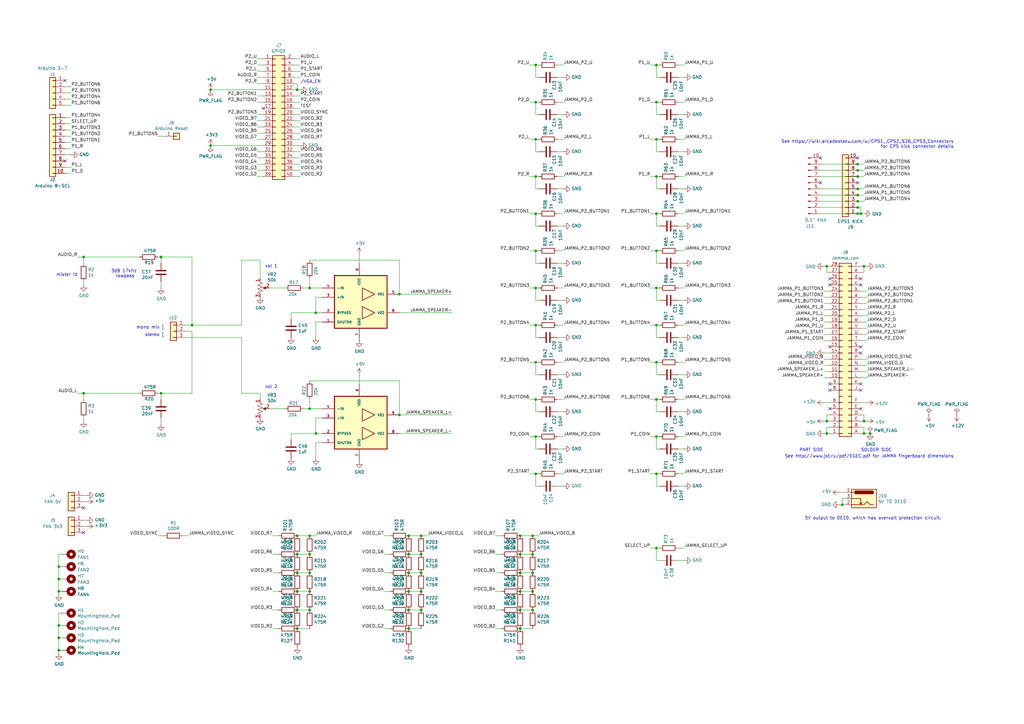
<source format=kicad_sch>
(kicad_sch (version 20250114) (generator "eeschema") (generator_version "9.0")
  (paper "A3")
  (title_block (title "DE10Jamma") (date "2025-06-24"))
  (text "5V output to DE10, which has overvolt protection circuit." (at 386.08 213.36 0) (effects (font (size 1.27 1.27)) (justify right bottom)))
  (text "vol 2" (at 111.252 158.75 0) (effects (font (size 1.27 1.27))))
  (text "stereo [" (at 67.31 137.414 0) (effects (font (size 1.27 1.27)) (justify right)))
  (text "vol 1" (at 111.252 109.22 0) (effects (font (size 1.27 1.27))))
  (text "mister id" (at 27.432 112.776 0) (effects (font (size 1.27 1.27))))
  (text "3dB 17kHz \nlowpass" (at 51.308 112.268 0) (effects (font (size 1.27 1.27))))
  (text "/VGA_EN" (at 123.19 34.29 0) (effects (font (size 1.27 1.27)) (justify left bottom)))
  (text "See http://www.jst.ru/pdf/EGEC.pdf for JAMMA fingerboard dimensions" (at 391.16 187.96 0) (effects (font (size 1.27 1.27)) (justify right bottom)))
  (text "mono mix [" (at 67.31 134.366 0) (effects (font (size 1.27 1.27)) (justify right)))
  (text "SOLDER SIDE" (at 365.76 185.42 0) (effects (font (size 1.27 1.27)) (justify right bottom)))
  (text "PART SIDE" (at 337.82 185.42 0) (effects (font (size 1.27 1.27)) (justify right bottom)))
  (text "See https://wiki.arcadeotaku.com/w/CPS1,_CPS2_%26_CPS3_Connectors\nfor CPS kick connector details" (at 391.16 60.96 0) (effects (font (size 1.27 1.27)) (justify right bottom)))
  (junction (at 167.64 242.57))
  (junction (at 269.24 179.07))
  (junction (at 353.06 87.63))
  (junction (at 213.36 257.81))
  (junction (at 129.54 128.27))
  (junction (at 351.79 69.85))
  (junction (at 219.71 118.11))
  (junction (at 351.79 85.09))
  (junction (at 219.71 148.59))
  (junction (at 127 227.33))
  (junction (at 269.24 148.59))
  (junction (at 345.44 207.01))
  (junction (at 24.13 242.57))
  (junction (at 127 167.64))
  (junction (at 167.64 234.95))
  (junction (at 121.92 257.81))
  (junction (at 213.36 242.57))
  (junction (at 269.24 133.35))
  (junction (at 219.71 194.31))
  (junction (at 127 118.11))
  (junction (at 351.79 67.31))
  (junction (at 219.71 72.39))
  (junction (at 269.24 87.63))
  (junction (at 127 219.71))
  (junction (at 163.83 170.18))
  (junction (at 172.72 242.57))
  (junction (at 351.79 82.55))
  (junction (at 219.71 163.83))
  (junction (at 219.71 87.63))
  (junction (at 269.24 57.15))
  (junction (at 66.04 105.41))
  (junction (at 34.29 161.29))
  (junction (at 24.13 256.54))
  (junction (at 269.24 163.83))
  (junction (at 219.71 26.67))
  (junction (at 219.71 179.07))
  (junction (at 339.09 172.72))
  (junction (at 172.72 227.33))
  (junction (at 354.33 109.22))
  (junction (at 86.36 36.83))
  (junction (at 269.24 224.79))
  (junction (at 127 234.95))
  (junction (at 269.24 194.31))
  (junction (at 354.33 177.8))
  (junction (at 121.92 250.19))
  (junction (at 127 250.19))
  (junction (at 351.79 77.47))
  (junction (at 351.79 87.63))
  (junction (at 269.24 118.11))
  (junction (at 24.13 261.62))
  (junction (at 66.04 161.29))
  (junction (at 269.24 102.87))
  (junction (at 86.36 59.69))
  (junction (at 218.44 227.33))
  (junction (at 213.36 227.33))
  (junction (at 213.36 250.19))
  (junction (at 218.44 234.95))
  (junction (at 163.83 120.65))
  (junction (at 219.71 41.91))
  (junction (at 354.33 172.72))
  (junction (at 339.09 177.8))
  (junction (at 219.71 133.35))
  (junction (at 351.79 80.01))
  (junction (at 167.64 257.81))
  (junction (at 356.87 177.8))
  (junction (at 121.92 219.71))
  (junction (at 167.64 227.33))
  (junction (at 121.92 227.33))
  (junction (at 218.44 250.19))
  (junction (at 34.29 105.41))
  (junction (at 213.36 219.71))
  (junction (at 24.13 232.41))
  (junction (at 172.72 219.71))
  (junction (at 172.72 234.95))
  (junction (at 269.24 41.91))
  (junction (at 219.71 57.15))
  (junction (at 213.36 234.95))
  (junction (at 24.13 266.7))
  (junction (at 339.09 109.22))
  (junction (at 121.92 242.57))
  (junction (at 167.64 250.19))
  (junction (at 127 242.57))
  (junction (at 219.71 102.87))
  (junction (at 129.54 177.8))
  (junction (at 269.24 72.39))
  (junction (at 269.24 26.67))
  (junction (at 172.72 250.19))
  (junction (at 218.44 219.71))
  (junction (at 78.74 133.35))
  (junction (at 24.13 237.49))
  (junction (at 121.92 234.95))
  (junction (at 218.44 242.57))
  (junction (at 121.92 36.83))
  (junction (at 167.64 219.71))
  (junction (at 351.79 72.39))
  (no_connect (at 340.36 114.3))
  (no_connect (at 353.06 116.84))
  (no_connect (at 340.36 157.48))
  (no_connect (at 34.29 208.28))
  (no_connect (at 340.36 167.64))
  (no_connect (at 336.55 74.93))
  (no_connect (at 107.95 44.45))
  (no_connect (at 336.55 64.77))
  (no_connect (at 351.79 74.93))
  (no_connect (at 353.06 157.48))
  (no_connect (at 353.06 142.24))
  (no_connect (at 340.36 116.84))
  (no_connect (at 353.06 167.64))
  (no_connect (at 353.06 144.78))
  (no_connect (at 351.79 64.77))
  (no_connect (at 26.67 33.02))
  (no_connect (at 353.06 114.3))
  (no_connect (at 34.29 218.44))
  (no_connect (at 340.36 142.24))
  (no_connect (at 26.67 66.04))
  (no_connect (at 353.06 160.02))
  (no_connect (at 340.36 160.02))
  (wire (pts (xy 213.36 227.33) (xy 218.44 227.33)))
  (wire (pts (xy 353.06 111.76) (xy 354.33 111.76)))
  (wire (pts (xy 228.6 163.83) (xy 231.14 163.83)))
  (wire (pts (xy 219.71 46.99) (xy 219.71 41.91)))
  (wire (pts (xy 24.13 256.54) (xy 24.13 261.62)))
  (wire (pts (xy 213.36 257.81) (xy 218.44 257.81)))
  (wire (pts (xy 107.95 57.15) (xy 105.41 57.15)))
  (wire (pts (xy 132.08 171.45) (xy 129.54 171.45)))
  (wire (pts (xy 26.67 38.1) (xy 29.21 38.1)))
  (wire (pts (xy 99.06 161.29) (xy 106.68 161.29)))
  (wire (pts (xy 269.24 229.87) (xy 270.51 229.87)))
  (wire (pts (xy 160.02 234.95) (xy 157.48 234.95)))
  (wire (pts (xy 172.72 219.71) (xy 175.26 219.71)))
  (wire (pts (xy 219.71 123.19) (xy 220.98 123.19)))
  (wire (pts (xy 269.24 46.99) (xy 270.51 46.99)))
  (wire (pts (xy 269.24 138.43) (xy 270.51 138.43)))
  (wire (pts (xy 24.13 261.62) (xy 24.13 266.7)))
  (wire (pts (xy 107.95 54.61) (xy 105.41 54.61)))
  (wire (pts (xy 219.71 62.23) (xy 220.98 62.23)))
  (wire (pts (xy 353.06 85.09) (xy 351.79 85.09)))
  (wire (pts (xy 228.6 26.67) (xy 231.14 26.67)))
  (wire (pts (xy 219.71 107.95) (xy 220.98 107.95)))
  (wire (pts (xy 219.71 107.95) (xy 219.71 102.87)))
  (wire (pts (xy 228.6 102.87) (xy 231.14 102.87)))
  (wire (pts (xy 26.67 68.58) (xy 29.21 68.58)))
  (wire (pts (xy 269.24 102.87) (xy 270.51 102.87)))
  (wire (pts (xy 278.13 148.59) (xy 280.67 148.59)))
  (wire (pts (xy 228.6 107.95) (xy 231.14 107.95)))
  (wire (pts (xy 120.65 57.15) (xy 123.19 57.15)))
  (wire (pts (xy 340.36 119.38) (xy 337.82 119.38)))
  (wire (pts (xy 219.71 77.47) (xy 220.98 77.47)))
  (wire (pts (xy 351.79 85.09) (xy 336.55 85.09)))
  (wire (pts (xy 269.24 199.39) (xy 270.51 199.39)))
  (wire (pts (xy 127 106.68) (xy 163.83 106.68)))
  (wire (pts (xy 353.06 124.46) (xy 355.6 124.46)))
  (wire (pts (xy 217.17 41.91) (xy 219.71 41.91)))
  (wire (pts (xy 354.33 170.18) (xy 354.33 172.72)))
  (wire (pts (xy 266.7 148.59) (xy 269.24 148.59)))
  (wire (pts (xy 353.06 87.63) (xy 353.06 85.09)))
  (wire (pts (xy 26.67 71.12) (xy 29.21 71.12)))
  (wire (pts (xy 340.36 177.8) (xy 339.09 177.8)))
  (wire (pts (xy 278.13 123.19) (xy 280.67 123.19)))
  (wire (pts (xy 228.6 133.35) (xy 231.14 133.35)))
  (wire (pts (xy 353.06 121.92) (xy 355.6 121.92)))
  (wire (pts (xy 266.7 118.11) (xy 269.24 118.11)))
  (wire (pts (xy 269.24 199.39) (xy 269.24 194.31)))
  (wire (pts (xy 34.29 172.72) (xy 34.29 171.45)))
  (wire (pts (xy 269.24 138.43) (xy 269.24 133.35)))
  (wire (pts (xy 269.24 168.91) (xy 269.24 163.83)))
  (wire (pts (xy 120.65 31.75) (xy 123.19 31.75)))
  (wire (pts (xy 269.24 179.07) (xy 270.51 179.07)))
  (wire (pts (xy 78.74 105.41) (xy 78.74 133.35)))
  (wire (pts (xy 26.67 35.56) (xy 29.21 35.56)))
  (wire (pts (xy 219.71 168.91) (xy 220.98 168.91)))
  (wire (pts (xy 124.46 167.64) (xy 127 167.64)))
  (wire (pts (xy 269.24 31.75) (xy 269.24 26.67)))
  (wire (pts (xy 217.17 163.83) (xy 219.71 163.83)))
  (wire (pts (xy 228.6 199.39) (xy 231.14 199.39)))
  (wire (pts (xy 78.74 135.89) (xy 78.74 161.29)))
  (wire (pts (xy 345.44 207.01) (xy 344.17 207.01)))
  (wire (pts (xy 219.71 92.71) (xy 220.98 92.71)))
  (wire (pts (xy 123.19 59.69) (xy 120.65 59.69)))
  (wire (pts (xy 66.04 171.45) (xy 66.04 173.99)))
  (wire (pts (xy 269.24 148.59) (xy 270.51 148.59)))
  (wire (pts (xy 351.79 72.39) (xy 354.33 72.39)))
  (wire (pts (xy 67.31 55.88) (xy 64.77 55.88)))
  (wire (pts (xy 219.71 199.39) (xy 220.98 199.39)))
  (wire (pts (xy 228.6 179.07) (xy 231.14 179.07)))
  (wire (pts (xy 269.24 57.15) (xy 270.51 57.15)))
  (wire (pts (xy 278.13 107.95) (xy 280.67 107.95)))
  (wire (pts (xy 351.79 82.55) (xy 354.33 82.55)))
  (wire (pts (xy 163.83 156.21) (xy 163.83 170.18)))
  (wire (pts (xy 351.79 67.31) (xy 354.33 67.31)))
  (wire (pts (xy 269.24 224.79) (xy 270.51 224.79)))
  (wire (pts (xy 107.95 72.39) (xy 105.41 72.39)))
  (wire (pts (xy 120.65 52.07) (xy 123.19 52.07)))
  (wire (pts (xy 339.09 177.8) (xy 337.82 177.8)))
  (wire (pts (xy 120.65 26.67) (xy 123.19 26.67)))
  (wire (pts (xy 228.6 62.23) (xy 231.14 62.23)))
  (wire (pts (xy 120.65 24.13) (xy 123.19 24.13)))
  (wire (pts (xy 228.6 118.11) (xy 231.14 118.11)))
  (wire (pts (xy 25.4 251.46) (xy 24.13 251.46)))
  (wire (pts (xy 99.06 133.35) (xy 99.06 106.68)))
  (wire (pts (xy 340.36 134.62) (xy 337.82 134.62)))
  (wire (pts (xy 121.92 227.33) (xy 127 227.33)))
  (wire (pts (xy 25.4 232.41) (xy 24.13 232.41)))
  (wire (pts (xy 228.6 46.99) (xy 231.14 46.99)))
  (wire (pts (xy 228.6 168.91) (xy 231.14 168.91)))
  (wire (pts (xy 353.06 134.62) (xy 355.6 134.62)))
  (wire (pts (xy 66.04 163.83) (xy 66.04 161.29)))
  (wire (pts (xy 123.19 36.83) (xy 121.92 36.83)))
  (wire (pts (xy 219.71 163.83) (xy 220.98 163.83)))
  (wire (pts (xy 160.02 219.71) (xy 157.48 219.71)))
  (wire (pts (xy 25.4 237.49) (xy 24.13 237.49)))
  (wire (pts (xy 107.95 52.07) (xy 105.41 52.07)))
  (wire (pts (xy 219.71 26.67) (xy 220.98 26.67)))
  (wire (pts (xy 353.06 87.63) (xy 354.33 87.63)))
  (wire (pts (xy 205.74 227.33) (xy 203.2 227.33)))
  (wire (pts (xy 120.65 49.53) (xy 123.19 49.53)))
  (wire (pts (xy 340.36 124.46) (xy 337.82 124.46)))
  (wire (pts (xy 278.13 224.79) (xy 280.67 224.79)))
  (wire (pts (xy 269.24 92.71) (xy 270.51 92.71)))
  (wire (pts (xy 219.71 72.39) (xy 220.98 72.39)))
  (wire (pts (xy 86.36 36.83) (xy 107.95 36.83)))
  (wire (pts (xy 353.06 132.08) (xy 355.6 132.08)))
  (wire (pts (xy 269.24 87.63) (xy 270.51 87.63)))
  (wire (pts (xy 278.13 118.11) (xy 280.67 118.11)))
  (wire (pts (xy 121.92 234.95) (xy 127 234.95)))
  (wire (pts (xy 167.64 257.81) (xy 172.72 257.81)))
  (wire (pts (xy 120.65 36.83) (xy 121.92 36.83)))
  (wire (pts (xy 119.38 128.27) (xy 119.38 130.81)))
  (wire (pts (xy 337.82 144.78) (xy 340.36 144.78)))
  (wire (pts (xy 269.24 92.71) (xy 269.24 87.63)))
  (wire (pts (xy 24.13 251.46) (xy 24.13 256.54)))
  (wire (pts (xy 107.95 49.53) (xy 105.41 49.53)))
  (wire (pts (xy 107.95 24.13) (xy 105.41 24.13)))
  (wire (pts (xy 217.17 26.67) (xy 219.71 26.67)))
  (wire (pts (xy 132.08 181.61) (xy 129.54 181.61)))
  (wire (pts (xy 114.3 227.33) (xy 111.76 227.33)))
  (wire (pts (xy 219.71 133.35) (xy 220.98 133.35)))
  (wire (pts (xy 269.24 163.83) (xy 270.51 163.83)))
  (wire (pts (xy 219.71 194.31) (xy 220.98 194.31)))
  (wire (pts (xy 127 156.21) (xy 163.83 156.21)))
  (wire (pts (xy 353.06 170.18) (xy 354.33 170.18)))
  (wire (pts (xy 213.36 219.71) (xy 218.44 219.71)))
  (wire (pts (xy 266.7 179.07) (xy 269.24 179.07)))
  (wire (pts (xy 219.71 199.39) (xy 219.71 194.31)))
  (wire (pts (xy 167.64 242.57) (xy 172.72 242.57)))
  (wire (pts (xy 120.65 39.37) (xy 123.19 39.37)))
  (wire (pts (xy 120.65 62.23) (xy 123.19 62.23)))
  (wire (pts (xy 351.79 77.47) (xy 336.55 77.47)))
  (wire (pts (xy 205.74 250.19) (xy 203.2 250.19)))
  (wire (pts (xy 160.02 257.81) (xy 157.48 257.81)))
  (wire (pts (xy 160.02 242.57) (xy 157.48 242.57)))
  (wire (pts (xy 99.06 106.68) (xy 106.68 106.68)))
  (wire (pts (xy 25.4 266.7) (xy 24.13 266.7)))
  (wire (pts (xy 217.17 102.87) (xy 219.71 102.87)))
  (wire (pts (xy 24.13 242.57) (xy 24.13 243.84)))
  (wire (pts (xy 219.71 138.43) (xy 219.71 133.35)))
  (wire (pts (xy 353.06 152.4) (xy 355.6 152.4)))
  (wire (pts (xy 26.67 48.26) (xy 29.21 48.26)))
  (wire (pts (xy 355.6 172.72) (xy 354.33 172.72)))
  (wire (pts (xy 127 114.3) (xy 127 118.11)))
  (wire (pts (xy 340.36 129.54) (xy 337.82 129.54)))
  (wire (pts (xy 269.24 123.19) (xy 270.51 123.19)))
  (wire (pts (xy 340.36 147.32) (xy 337.82 147.32)))
  (wire (pts (xy 278.13 194.31) (xy 280.67 194.31)))
  (wire (pts (xy 66.04 161.29) (xy 78.74 161.29)))
  (wire (pts (xy 353.06 139.7) (xy 355.6 139.7)))
  (wire (pts (xy 127 219.71) (xy 129.54 219.71)))
  (wire (pts (xy 25.4 261.62) (xy 24.13 261.62)))
  (wire (pts (xy 278.13 31.75) (xy 280.67 31.75)))
  (wire (pts (xy 219.71 153.67) (xy 220.98 153.67)))
  (wire (pts (xy 114.3 242.57) (xy 111.76 242.57)))
  (wire (pts (xy 121.92 250.19) (xy 127 250.19)))
  (wire (pts (xy 269.24 184.15) (xy 269.24 179.07)))
  (wire (pts (xy 339.09 109.22) (xy 337.82 109.22)))
  (wire (pts (xy 219.71 148.59) (xy 220.98 148.59)))
  (wire (pts (xy 163.83 106.68) (xy 163.83 120.65)))
  (wire (pts (xy 167.64 227.33) (xy 172.72 227.33)))
  (wire (pts (xy 121.92 242.57) (xy 127 242.57)))
  (wire (pts (xy 163.83 128.27) (xy 185.42 128.27)))
  (wire (pts (xy 106.68 106.68) (xy 106.68 114.3)))
  (wire (pts (xy 344.17 201.93) (xy 346.71 201.93)))
  (wire (pts (xy 278.13 92.71) (xy 280.67 92.71)))
  (wire (pts (xy 219.71 102.87) (xy 220.98 102.87)))
  (wire (pts (xy 269.24 107.95) (xy 270.51 107.95)))
  (wire (pts (xy 351.79 87.63) (xy 336.55 87.63)))
  (wire (pts (xy 24.13 227.33) (xy 24.13 232.41)))
  (wire (pts (xy 25.4 242.57) (xy 24.13 242.57)))
  (wire (pts (xy 269.24 107.95) (xy 269.24 102.87)))
  (wire (pts (xy 132.08 128.27) (xy 129.54 128.27)))
  (wire (pts (xy 160.02 227.33) (xy 157.48 227.33)))
  (wire (pts (xy 340.36 170.18) (xy 339.09 170.18)))
  (wire (pts (xy 114.3 250.19) (xy 111.76 250.19)))
  (wire (pts (xy 26.67 53.34) (xy 29.21 53.34)))
  (wire (pts (xy 219.71 184.15) (xy 219.71 179.07)))
  (wire (pts (xy 167.64 219.71) (xy 172.72 219.71)))
  (wire (pts (xy 34.29 116.84) (xy 34.29 115.57)))
  (wire (pts (xy 74.93 219.71) (xy 77.47 219.71)))
  (wire (pts (xy 340.36 154.94) (xy 337.82 154.94)))
  (wire (pts (xy 228.6 87.63) (xy 231.14 87.63)))
  (wire (pts (xy 339.09 170.18) (xy 339.09 172.72)))
  (wire (pts (xy 120.65 46.99) (xy 123.19 46.99)))
  (wire (pts (xy 269.24 46.99) (xy 269.24 41.91)))
  (wire (pts (xy 353.06 119.38) (xy 355.6 119.38)))
  (wire (pts (xy 346.71 207.01) (xy 345.44 207.01)))
  (wire (pts (xy 120.65 54.61) (xy 123.19 54.61)))
  (wire (pts (xy 106.68 161.29) (xy 106.68 163.83)))
  (wire (pts (xy 110.49 167.64) (xy 116.84 167.64)))
  (wire (pts (xy 278.13 153.67) (xy 280.67 153.67)))
  (wire (pts (xy 76.2 135.89) (xy 78.74 135.89)))
  (wire (pts (xy 129.54 132.08) (xy 129.54 138.43)))
  (wire (pts (xy 25.4 256.54) (xy 24.13 256.54)))
  (wire (pts (xy 120.65 29.21) (xy 123.19 29.21)))
  (wire (pts (xy 163.83 177.8) (xy 185.42 177.8)))
  (wire (pts (xy 86.36 59.69) (xy 107.95 59.69)))
  (wire (pts (xy 228.6 184.15) (xy 231.14 184.15)))
  (wire (pts (xy 339.09 177.8) (xy 339.09 175.26)))
  (wire (pts (xy 34.29 213.36) (xy 35.56 213.36)))
  (wire (pts (xy 278.13 199.39) (xy 280.67 199.39)))
  (wire (pts (xy 228.6 72.39) (xy 231.14 72.39)))
  (wire (pts (xy 351.79 82.55) (xy 336.55 82.55)))
  (wire (pts (xy 228.6 57.15) (xy 231.14 57.15)))
  (wire (pts (xy 78.74 133.35) (xy 99.06 133.35)))
  (wire (pts (xy 278.13 138.43) (xy 280.67 138.43)))
  (wire (pts (xy 120.65 34.29) (xy 121.92 34.29)))
  (wire (pts (xy 26.67 43.18) (xy 29.21 43.18)))
  (wire (pts (xy 34.29 107.95) (xy 34.29 105.41)))
  (wire (pts (xy 66.04 115.57) (xy 66.04 118.11)))
  (wire (pts (xy 339.09 172.72) (xy 337.82 172.72)))
  (wire (pts (xy 132.08 121.92) (xy 129.54 121.92)))
  (wire (pts (xy 354.33 111.76) (xy 354.33 109.22)))
  (wire (pts (xy 351.79 80.01) (xy 336.55 80.01)))
  (wire (pts (xy 278.13 133.35) (xy 280.67 133.35)))
  (wire (pts (xy 340.36 111.76) (xy 339.09 111.76)))
  (wire (pts (xy 353.06 137.16) (xy 355.6 137.16)))
  (wire (pts (xy 99.06 138.43) (xy 99.06 161.29)))
  (wire (pts (xy 107.95 69.85) (xy 105.41 69.85)))
  (wire (pts (xy 219.71 184.15) (xy 220.98 184.15)))
  (wire (pts (xy 219.71 41.91) (xy 220.98 41.91)))
  (wire (pts (xy 219.71 87.63) (xy 220.98 87.63)))
  (wire (pts (xy 353.06 177.8) (xy 354.33 177.8)))
  (wire (pts (xy 353.06 149.86) (xy 355.6 149.86)))
  (wire (pts (xy 340.36 132.08) (xy 337.82 132.08)))
  (wire (pts (xy 205.74 242.57) (xy 203.2 242.57)))
  (wire (pts (xy 107.95 31.75) (xy 105.41 31.75)))
  (wire (pts (xy 147.32 153.67) (xy 147.32 157.48)))
  (wire (pts (xy 121.92 257.81) (xy 127 257.81)))
  (wire (pts (xy 269.24 168.91) (xy 270.51 168.91)))
  (wire (pts (xy 120.65 72.39) (xy 123.19 72.39)))
  (wire (pts (xy 34.29 215.9) (xy 35.56 215.9)))
  (wire (pts (xy 354.33 172.72) (xy 353.06 172.72)))
  (wire (pts (xy 107.95 41.91) (xy 105.41 41.91)))
  (wire (pts (xy 266.7 57.15) (xy 269.24 57.15)))
  (wire (pts (xy 64.77 161.29) (xy 66.04 161.29)))
  (wire (pts (xy 266.7 194.31) (xy 269.24 194.31)))
  (wire (pts (xy 228.6 194.31) (xy 231.14 194.31)))
  (wire (pts (xy 266.7 224.79) (xy 269.24 224.79)))
  (wire (pts (xy 107.95 67.31) (xy 105.41 67.31)))
  (wire (pts (xy 163.83 170.18) (xy 185.42 170.18)))
  (wire (pts (xy 219.71 77.47) (xy 219.71 72.39)))
  (wire (pts (xy 218.44 219.71) (xy 220.98 219.71)))
  (wire (pts (xy 219.71 46.99) (xy 220.98 46.99)))
  (wire (pts (xy 120.65 44.45) (xy 123.19 44.45)))
  (wire (pts (xy 266.7 41.91) (xy 269.24 41.91)))
  (wire (pts (xy 278.13 102.87) (xy 280.67 102.87)))
  (wire (pts (xy 67.31 219.71) (xy 64.77 219.71)))
  (wire (pts (xy 339.09 111.76) (xy 339.09 109.22)))
  (wire (pts (xy 228.6 148.59) (xy 231.14 148.59)))
  (wire (pts (xy 205.74 257.81) (xy 203.2 257.81)))
  (wire (pts (xy 269.24 123.19) (xy 269.24 118.11)))
  (wire (pts (xy 351.79 87.63) (xy 353.06 87.63)))
  (wire (pts (xy 278.13 87.63) (xy 280.67 87.63)))
  (wire (pts (xy 24.13 266.7) (xy 24.13 267.97)))
  (wire (pts (xy 340.36 137.16) (xy 337.82 137.16)))
  (wire (pts (xy 219.71 57.15) (xy 220.98 57.15)))
  (wire (pts (xy 217.17 57.15) (xy 219.71 57.15)))
  (wire (pts (xy 34.29 161.29) (xy 57.15 161.29)))
  (wire (pts (xy 269.24 26.67) (xy 270.51 26.67)))
  (wire (pts (xy 228.6 77.47) (xy 231.14 77.47)))
  (wire (pts (xy 266.7 26.67) (xy 269.24 26.67)))
  (wire (pts (xy 269.24 41.91) (xy 270.51 41.91)))
  (wire (pts (xy 25.4 227.33) (xy 24.13 227.33)))
  (wire (pts (xy 129.54 121.92) (xy 129.54 128.27)))
  (wire (pts (xy 219.71 31.75) (xy 220.98 31.75)))
  (wire (pts (xy 120.65 64.77) (xy 123.19 64.77)))
  (wire (pts (xy 24.13 237.49) (xy 24.13 242.57)))
  (wire (pts (xy 351.79 80.01) (xy 354.33 80.01)))
  (wire (pts (xy 167.64 250.19) (xy 172.72 250.19)))
  (wire (pts (xy 217.17 118.11) (xy 219.71 118.11)))
  (wire (pts (xy 129.54 128.27) (xy 119.38 128.27)))
  (wire (pts (xy 121.92 34.29) (xy 121.92 36.83)))
  (wire (pts (xy 107.95 46.99) (xy 105.41 46.99)))
  (wire (pts (xy 219.71 118.11) (xy 220.98 118.11)))
  (wire (pts (xy 340.36 127) (xy 337.82 127)))
  (wire (pts (xy 219.71 62.23) (xy 219.71 57.15)))
  (wire (pts (xy 205.74 234.95) (xy 203.2 234.95)))
  (wire (pts (xy 26.67 40.64) (xy 29.21 40.64)))
  (wire (pts (xy 26.67 50.8) (xy 29.21 50.8)))
  (wire (pts (xy 217.17 194.31) (xy 219.71 194.31)))
  (wire (pts (xy 340.36 149.86) (xy 337.82 149.86)))
  (wire (pts (xy 269.24 194.31) (xy 270.51 194.31)))
  (wire (pts (xy 34.29 105.41) (xy 57.15 105.41)))
  (wire (pts (xy 107.95 29.21) (xy 105.41 29.21)))
  (wire (pts (xy 339.09 109.22) (xy 340.36 109.22)))
  (wire (pts (xy 269.24 229.87) (xy 269.24 224.79)))
  (wire (pts (xy 269.24 77.47) (xy 270.51 77.47)))
  (wire (pts (xy 353.06 129.54) (xy 355.6 129.54)))
  (wire (pts (xy 127 118.11) (xy 132.08 118.11)))
  (wire (pts (xy 278.13 57.15) (xy 280.67 57.15)))
  (wire (pts (xy 266.7 163.83) (xy 269.24 163.83)))
  (wire (pts (xy 205.74 219.71) (xy 203.2 219.71)))
  (wire (pts (xy 120.65 41.91) (xy 123.19 41.91)))
  (wire (pts (xy 269.24 133.35) (xy 270.51 133.35)))
  (wire (pts (xy 34.29 161.29) (xy 31.75 161.29)))
  (wire (pts (xy 269.24 31.75) (xy 270.51 31.75)))
  (wire (pts (xy 127 167.64) (xy 132.08 167.64)))
  (wire (pts (xy 337.82 152.4) (xy 340.36 152.4)))
  (wire (pts (xy 147.32 104.14) (xy 147.32 107.95)))
  (wire (pts (xy 121.92 219.71) (xy 127 219.71)))
  (wire (pts (xy 66.04 105.41) (xy 78.74 105.41)))
  (wire (pts (xy 107.95 39.37) (xy 105.41 39.37)))
  (wire (pts (xy 269.24 62.23) (xy 270.51 62.23)))
  (wire (pts (xy 34.29 161.29) (xy 34.29 163.83)))
  (wire (pts (xy 217.17 72.39) (xy 219.71 72.39)))
  (wire (pts (xy 278.13 168.91) (xy 280.67 168.91)))
  (wire (pts (xy 269.24 184.15) (xy 270.51 184.15)))
  (wire (pts (xy 129.54 181.61) (xy 129.54 187.96)))
  (wire (pts (xy 340.36 121.92) (xy 337.82 121.92)))
  (wire (pts (xy 167.64 234.95) (xy 172.72 234.95)))
  (wire (pts (xy 269.24 153.67) (xy 270.51 153.67)))
  (wire (pts (xy 127 163.83) (xy 127 167.64)))
  (wire (pts (xy 213.36 234.95) (xy 218.44 234.95)))
  (wire (pts (xy 34.29 205.74) (xy 35.56 205.74)))
  (wire (pts (xy 340.36 139.7) (xy 337.82 139.7)))
  (wire (pts (xy 278.13 163.83) (xy 280.67 163.83)))
  (wire (pts (xy 219.71 123.19) (xy 219.71 118.11)))
  (wire (pts (xy 228.6 92.71) (xy 231.14 92.71)))
  (wire (pts (xy 219.71 138.43) (xy 220.98 138.43)))
  (wire (pts (xy 107.95 34.29) (xy 105.41 34.29)))
  (wire (pts (xy 76.2 138.43) (xy 99.06 138.43)))
  (wire (pts (xy 354.33 109.22) (xy 353.06 109.22)))
  (wire (pts (xy 269.24 77.47) (xy 269.24 72.39)))
  (wire (pts (xy 278.13 26.67) (xy 280.67 26.67)))
  (wire (pts (xy 64.77 105.41) (xy 66.04 105.41)))
  (wire (pts (xy 266.7 87.63) (xy 269.24 87.63)))
  (wire (pts (xy 129.54 171.45) (xy 129.54 177.8)))
  (wire (pts (xy 31.75 105.41) (xy 34.29 105.41)))
  (wire (pts (xy 278.13 184.15) (xy 280.67 184.15)))
  (wire (pts (xy 217.17 87.63) (xy 219.71 87.63)))
  (wire (pts (xy 278.13 62.23) (xy 280.67 62.23)))
  (wire (pts (xy 355.6 165.1) (xy 353.06 165.1)))
  (wire (pts (xy 278.13 179.07) (xy 280.67 179.07)))
  (wire (pts (xy 219.71 153.67) (xy 219.71 148.59)))
  (wire (pts (xy 24.13 232.41) (xy 24.13 237.49)))
  (wire (pts (xy 107.95 62.23) (xy 105.41 62.23)))
  (wire (pts (xy 120.65 67.31) (xy 123.19 67.31)))
  (wire (pts (xy 340.36 165.1) (xy 337.82 165.1)))
  (wire (pts (xy 66.04 107.95) (xy 66.04 105.41)))
  (wire (pts (xy 26.67 55.88) (xy 29.21 55.88)))
  (wire (pts (xy 354.33 177.8) (xy 356.87 177.8)))
  (wire (pts (xy 354.33 109.22) (xy 355.6 109.22)))
  (wire (pts (xy 269.24 62.23) (xy 269.24 57.15)))
  (wire (pts (xy 351.79 69.85) (xy 354.33 69.85)))
  (wire (pts (xy 110.49 118.11) (xy 116.84 118.11)))
  (wire (pts (xy 354.33 175.26) (xy 353.06 175.26)))
  (wire (pts (xy 120.65 69.85) (xy 123.19 69.85)))
  (wire (pts (xy 353.06 147.32) (xy 355.6 147.32)))
  (wire (pts (xy 160.02 250.19) (xy 157.48 250.19)))
  (wire (pts (xy 269.24 153.67) (xy 269.24 148.59)))
  (wire (pts (xy 107.95 26.67) (xy 105.41 26.67)))
  (wire (pts (xy 228.6 138.43) (xy 231.14 138.43)))
  (wire (pts (xy 34.29 203.2) (xy 35.56 203.2)))
  (wire (pts (xy 228.6 31.75) (xy 231.14 31.75)))
  (wire (pts (xy 353.06 154.94) (xy 355.6 154.94)))
  (wire (pts (xy 129.54 177.8) (xy 119.38 177.8)))
  (wire (pts (xy 114.3 234.95) (xy 111.76 234.95)))
  (wire (pts (xy 213.36 250.19) (xy 218.44 250.19)))
  (wire (pts (xy 217.17 148.59) (xy 219.71 148.59)))
  (wire (pts (xy 26.67 58.42) (xy 29.21 58.42)))
  (wire (pts (xy 351.79 77.47) (xy 354.33 77.47)))
  (wire (pts (xy 213.36 242.57) (xy 218.44 242.57)))
  (wire (pts (xy 26.67 63.5) (xy 29.21 63.5)))
  (wire (pts (xy 336.55 67.31) (xy 351.79 67.31)))
  (wire (pts (xy 219.71 168.91) (xy 219.71 163.83)))
  (wire (pts (xy 76.2 133.35) (xy 78.74 133.35)))
  (wire (pts (xy 119.38 177.8) (xy 119.38 180.34)))
  (wire (pts (xy 340.36 172.72) (xy 339.09 172.72)))
  (wire (pts (xy 124.46 118.11) (xy 127 118.11)))
  (wire (pts (xy 266.7 72.39) (xy 269.24 72.39)))
  (wire (pts (xy 266.7 102.87) (xy 269.24 102.87)))
  (wire (pts (xy 278.13 41.91) (xy 280.67 41.91)))
  (wire (pts (xy 351.79 69.85) (xy 336.55 69.85)))
  (wire (pts (xy 132.08 177.8) (xy 129.54 177.8)))
  (wire (pts (xy 228.6 123.19) (xy 231.14 123.19)))
  (wire (pts (xy 345.44 207.01) (xy 345.44 204.47)))
  (wire (pts (xy 266.7 133.35) (xy 269.24 133.35)))
  (wire (pts (xy 278.13 77.47) (xy 280.67 77.47)))
  (wire (pts (xy 26.67 60.96) (xy 29.21 60.96)))
  (wire (pts (xy 219.71 31.75) (xy 219.71 26.67)))
  (wire (pts (xy 132.08 132.08) (xy 129.54 132.08)))
  (wire (pts (xy 163.83 120.65) (xy 185.42 120.65)))
  (wire (pts (xy 351.79 72.39) (xy 336.55 72.39)))
  (wire (pts (xy 228.6 153.67) (xy 231.14 153.67)))
  (wire (pts (xy 114.3 257.81) (xy 111.76 257.81)))
  (wire (pts (xy 339.09 175.26) (xy 340.36 175.26)))
  (wire (pts (xy 219.71 92.71) (xy 219.71 87.63)))
  (wire (pts (xy 278.13 46.99) (xy 280.67 46.99)))
  (wire (pts (xy 278.13 229.87) (xy 280.67 229.87)))
  (wire (pts (xy 354.33 177.8) (xy 354.33 175.26)))
  (wire (pts (xy 114.3 219.71) (xy 111.76 219.71)))
  (wire (pts (xy 217.17 179.07) (xy 219.71 179.07)))
  (wire (pts (xy 217.17 133.35) (xy 219.71 133.35)))
  (wire (pts (xy 269.24 118.11) (xy 270.51 118.11)))
  (wire (pts (xy 345.44 204.47) (xy 346.71 204.47)))
  (wire (pts (xy 269.24 72.39) (xy 270.51 72.39)))
  (wire (pts (xy 278.13 72.39) (xy 280.67 72.39)))
  (wire (pts (xy 107.95 64.77) (xy 105.41 64.77)))
  (wire (pts (xy 353.06 127) (xy 355.6 127)))
  (wire (pts (xy 219.71 179.07) (xy 220.98 179.07)))
  (wire (pts (xy 228.6 41.91) (xy 231.14 41.91)))
  (label "VIDEO_G3" (at 157.48 250.19 180))
  (label "JAMMA_VIDEO_B" (at 337.82 147.32 180))
  (label "P1_COIN" (at 266.7 179.07 180))
  (label "VIDEO_R4" (at 111.76 242.57 180))
  (label "P2_BUTTON3" (at 217.17 118.11 180))
  (label "JAMMA_P1_BUTTON3" (at 337.82 119.38 180))
  (label "P2_BUTTON2" (at 105.41 41.91 180))
  (label "JAMMA_SPEAKER-" (at 185.42 128.27 180))
  (label "JAMMA_P2_BUTTON3" (at 355.6 119.38 0))
  (label "VIDEO_R3" (at 123.19 69.85 0))
  (label "P1_R" (at 266.7 72.39 180))
  (label "JAMMA_P2_BUTTON4" (at 354.33 72.39 0))
  (label "AUDIO_L" (at 123.19 24.13 0))
  (label "JAMMA_P2_BUTTON4" (at 231.14 133.35 0))
  (label "JAMMA_P2_BUTTON2" (at 231.14 102.87 0))
  (label "P1_BUTTON5" (at 64.77 55.88 180))
  (label "P2_BUTTON4" (at 29.21 40.64 0))
  (label "JAMMA_P2_START" (at 231.14 194.31 0))
  (label "JAMMA_P1_BUTTON1" (at 280.67 87.63 0))
  (label "JAMMA_VIDEO_B" (at 220.98 219.71 0))
  (label "P1_COIN" (at 123.19 31.75 0))
  (label "AUDIO_L" (at 31.75 161.29 180))
  (label "JAMMA_SPEAKER_L-" (at 185.42 177.8 180))
  (label "VIDEO_SYNC" (at 64.77 219.71 180))
  (label "JAMMA_P1_D" (at 337.82 132.08 180))
  (label "VIDEO_R6" (at 111.76 227.33 180))
  (label "JAMMA_VIDEO_G" (at 355.6 149.86 0))
  (label "JAMMA_P1_BUTTON2" (at 337.82 121.92 180))
  (label "JAMMA_SPEAKER_L+" (at 337.82 152.4 180))
  (label "JAMMA_P2_R" (at 231.14 72.39 0))
  (label "JAMMA_P1_BUTTON2" (at 280.67 102.87 0))
  (label "VIDEO_B3" (at 123.19 52.07 0))
  (label "P1_BUTTON2" (at 266.7 102.87 180))
  (label "VIDEO_R4" (at 123.19 67.31 0))
  (label "P1_BUTTON2" (at 29.21 55.88 0))
  (label "VIDEO_R6" (at 123.19 62.23 0))
  (label "SELECT_UP" (at 266.7 224.79 180))
  (label "VIDEO_G6" (at 105.41 62.23 180))
  (label "JAMMA_P2_L" (at 355.6 129.54 0))
  (label "JAMMA_P2_COIN" (at 231.14 179.07 0))
  (label "P1_BUTTON1" (at 29.21 58.42 0))
  (label "JAMMA_SELECT_UP" (at 280.67 224.79 0))
  (label "VIDEO_G6" (at 157.48 227.33 180))
  (label "JAMMA_P1_BUTTON6" (at 280.67 163.83 0))
  (label "JAMMA_P2_D" (at 355.6 132.08 0))
  (label "P1_BUTTON6" (at 29.21 43.18 0))
  (label "VIDEO_R5" (at 111.76 234.95 180))
  (label "P2_R" (at 217.17 72.39 180))
  (label "P1_BUTTON4" (at 29.21 48.26 0))
  (label "VIDEO_G2" (at 157.48 257.81 180))
  (label "JAMMA_P2_U" (at 231.14 26.67 0))
  (label "P2_BUTTON5" (at 217.17 148.59 180))
  (label "JAMMA_P2_BUTTON6" (at 354.33 67.31 0))
  (label "P1_BUTTON6" (at 266.7 163.83 180))
  (label "JAMMA_P1_R" (at 280.67 72.39 0))
  (label "P1_U" (at 266.7 26.67 180))
  (label "VIDEO_B5" (at 105.41 54.61 180))
  (label "JAMMA_P1_U" (at 280.67 26.67 0))
  (label "VIDEO_B4" (at 203.2 242.57 180))
  (label "JAMMA_VIDEO_R" (at 337.82 149.86 180))
  (label "AUDIO_R" (at 31.75 105.41 180))
  (label "JAMMA_P1_BUTTON1" (at 337.82 124.46 180))
  (label "JAMMA_SPEAKER+" (at 337.82 154.94 180))
  (label "VIDEO_B4" (at 123.19 54.61 0))
  (label "P2_L" (at 105.41 29.21 180))
  (label "JAMMA_VIDEO_SYNC" (at 77.47 219.71 0))
  (label "VIDEO_R2" (at 123.19 72.39 0))
  (label "P2_D" (at 105.41 26.67 180))
  (label "JAMMA_P2_COIN" (at 355.6 139.7 0))
  (label "JAMMA_P1_D" (at 280.67 41.91 0))
  (label "JAMMA_P1_BUTTON5" (at 280.67 148.59 0))
  (label "VIDEO_B7" (at 203.2 219.71 180))
  (label "P2_BUTTON3" (at 105.41 46.99 180))
  (label "P2_BUTTON2" (at 217.17 102.87 180))
  (label "P1_L" (at 266.7 57.15 180))
  (label "JAMMA_VIDEO_SYNC" (at 355.6 147.32 0))
  (label "P1_BUTTON3" (at 29.21 53.34 0))
  (label "VIDEO_G7" (at 105.41 57.15 180))
  (label "JAMMA_P2_BUTTON1" (at 231.14 87.63 0))
  (label "JAMMA_P1_BUTTON5" (at 354.33 80.01 0))
  (label "JAMMA_P2_R" (at 355.6 127 0))
  (label "P1_D" (at 29.21 71.12 0))
  (label "VIDEO_SYNC" (at 123.19 46.99 0))
  (label "P1_U" (at 123.19 26.67 0))
  (label "JAMMA_P2_START" (at 355.6 137.16 0))
  (label "JAMMA_P1_BUTTON3" (at 280.67 118.11 0))
  (label "P2_D" (at 217.17 41.91 180))
  (label "JAMMA_P2_BUTTON1" (at 355.6 124.46 0))
  (label "JAMMA_P2_BUTTON3" (at 231.14 118.11 0))
  (label "JAMMA_P2_BUTTON5" (at 231.14 148.59 0))
  (label "JAMMA_P2_BUTTON2" (at 355.6 121.92 0))
  (label "VIDEO_B6" (at 203.2 227.33 180))
  (label "P2_COIN" (at 123.19 41.91 0))
  (label "JAMMA_P1_U" (at 337.82 134.62 180))
  (label "VIDEO_G7" (at 157.48 219.71 180))
  (label "AUDIO_R" (at 105.41 31.75 180))
  (label "JAMMA_P1_L" (at 280.67 57.15 0))
  (label "JAMMA_SPEAKER_L-" (at 355.6 152.4 0))
  (label "JAMMA_P2_U" (at 355.6 134.62 0))
  (label "VIDEO_B2" (at 203.2 257.81 180))
  (label "VIDEO_R2" (at 111.76 257.81 180))
  (label "TEST" (at 123.19 44.45 0))
  (label "JAMMA_P2_L" (at 231.14 57.15 0))
  (label "P2_BUTTON1" (at 105.41 39.37 180))
  (label "JAMMA_P1_COIN" (at 337.82 139.7 180))
  (label "VIDEO_R5" (at 123.19 64.77 0))
  (label "JAMMA_SPEAKER+" (at 185.42 120.65 180))
  (label "VIDEO_G5" (at 157.48 234.95 180))
  (label "JAMMA_P1_BUTTON4" (at 280.67 133.35 0))
  (label "SELECT_UP" (at 29.21 50.8 0))
  (label "VIDEO_R7" (at 123.19 57.15 0))
  (label "VIDEO_G2" (at 105.41 72.39 180))
  (label "P1_BUTTON1" (at 266.7 87.63 180))
  (label "VIDEO_G4" (at 157.48 242.57 180))
  (label "JAMMA_P1_L" (at 337.82 129.54 180))
  (label "VIDEO_B2" (at 123.19 49.53 0))
  (label "P2_START" (at 217.17 194.31 180))
  (label "JAMMA_P1_COIN" (at 280.67 179.07 0))
  (label "P1_START" (at 266.7 194.31 180))
  (label "VIDEO_R7" (at 111.76 219.71 180))
  (label "JAMMA_SPEAKER_L+" (at 185.42 170.18 180))
  (label "JAMMA_VIDEO_R" (at 129.54 219.71 0))
  (label "P2_COIN" (at 217.17 179.07 180))
  (label "P2_BUTTON6" (at 217.17 163.83 180))
  (label "P2_BUTTON5" (at 29.21 38.1 0))
  (label "JAMMA_P2_D" (at 231.14 41.91 0))
  (label "P2_BUTTON6" (at 29.21 35.56 0))
  (label "JAMMA_P2_BUTTON5" (at 354.33 69.85 0))
  (label "JAMMA_P1_BUTTON6" (at 354.33 77.47 0))
  (label "P1_START" (at 123.19 29.21 0))
  (label "P2_U" (at 105.41 24.13 180))
  (label "JAMMA_P2_BUTTON6" (at 231.14 163.83 0))
  (label "P1_BUTTON4" (at 266.7 133.35 180))
  (label "P1_BUTTON5" (at 266.7 148.59 180))
  (label "VIDEO_G3" (at 105.41 69.85 180))
  (label "VIDEO_B3" (at 203.2 250.19 180))
  (label "VIDEO_G5" (at 105.41 64.77 180))
  (label "P2_L" (at 217.17 57.15 180))
  (label "VIDEO_G4" (at 105.41 67.31 180))
  (label "VIDEO_B7" (at 105.41 49.53 180))
  (label "JAMMA_P1_R" (at 337.82 127 180))
  (label "VIDEO_R3" (at 111.76 250.19 180))
  (label "P2_START" (at 123.19 39.37 0))
  (label "VIDEO_B6" (at 105.41 52.07 180))
  (label "P1_D" (at 266.7 41.91 180))
  (label "JAMMA_P1_BUTTON4" (at 354.33 82.55 0))
  (label "VIDEO_B5" (at 203.2 234.95 180))
  (label "JAMMA_P1_START" (at 280.67 194.31 0))
  (label "P2_BUTTON1" (at 217.17 87.63 180))
  (label "P2_R" (at 105.41 34.29 180))
  (label "P1_BUTTON3" (at 266.7 118.11 180))
  (label "JAMMA_SPEAKER-" (at 355.6 154.94 0))
  (label "P2_BUTTON4" (at 217.17 133.35 180))
  (label "P1_R" (at 29.21 60.96 0))
  (label "P2_U" (at 217.17 26.67 180))
  (label "JAMMA_P1_START" (at 337.82 137.16 180))
  (label "JAMMA_VIDEO_G" (at 175.26 219.71 0))
  (label "P1_L" (at 29.21 68.58 0))
  (symbol (lib_id "Device:R") (at 34.29 111.76 180) (unit 1)
    (property "Reference" "R2" (at 36.068 110.5916 0) (effects (justify right)))
    (property "Value" "1k" (at 36.068 112.903 0) (effects (justify right)))
    (property "Footprint" "Resistor_SMD:R_0402_1005Metric" (effects (hide yes)))
  )
  (symbol (lib_id "power:GND") (at 34.29 116.84 0) (unit 1)
    (property "Reference" "#PWR09" (effects (hide yes)))
    (property "Value" "GND" (at 34.417 121.2342 0))
  )
  (symbol (lib_id "power:PWR_FLAG") (at 392.43 170.18 0) (unit 1)
    (property "Reference" "#FLG04" (effects (hide yes)))
    (property "Value" "PWR_FLAG" (at 392.43 165.7858 0))
  )
  (symbol (lib_id "Jamma:Jamma_con") (at 345.44 144.78 0) (mirror x) (unit 1)
    (property "Reference" "J8" (at 346.71 103.505 0))
    (property "Value" "Jamma_con" (at 346.71 105.8164 0))
    (property "Footprint" "Jamma:JAMMA-56" (effects (hide yes)))
  )
  (symbol (lib_id "power:+12V") (at 392.43 170.18 0) (mirror x) (unit 1)
    (property "Reference" "#PWR091" (effects (hide yes)))
    (property "Value" "+12V" (at 392.811 174.5742 0))
  )
  (symbol (lib_id "Connector_Generic:Conn_01x10") (at 346.71 77.47 180) (unit 1)
    (property "Reference" "J9" (at 348.7928 93.1418 0))
    (property "Value" "CPS1 KICK" (at 348.7928 90.8304 0))
    (property "Footprint" "Connector_JST:JST_EH_B10B-EH-A_1x10_P2.50mm_Vertical" (effects (hide yes)))
  )
  (symbol (lib_id "power:PWR_FLAG") (at 381 170.18 0) (unit 1)
    (property "Reference" "#FLG05" (effects (hide yes)))
    (property "Value" "PWR_FLAG" (at 381 165.7858 0))
  )
  (symbol (lib_id "Connector:Conn_01x10_Male") (at 331.47 77.47 0) (mirror x) (unit 1)
    (property "Reference" "J11" (at 334.01 92.71 0) (effects (justify right)))
    (property "Value" "0.1\" kick" (at 339.09 90.17 0) (effects (justify right)))
    (property "Footprint" "Connector_PinHeader_2.54mm:PinHeader_1x10_P2.54mm_Vertical" (effects (hide yes)))
  )
  (symbol (lib_id "power:+5VL") (at 381 170.18 0) (mirror x) (unit 1)
    (property "Reference" "#PWR092" (effects (hide yes)))
    (property "Value" "+5V" (at 381.381 174.5742 0))
  )
  (symbol (lib_id "power:PWR_FLAG") (at 356.87 177.8 0) (unit 1)
    (property "Reference" "#FLG03" (effects (hide yes)))
    (property "Value" "PWR_FLAG" (at 363.22 176.53 0))
  )
  (symbol (lib_id "power:GND") (at 356.87 177.8 0) (unit 1)
    (property "Reference" "#PWR090" (effects (hide yes)))
    (property "Value" "GND" (at 356.997 182.1942 0))
  )
  (symbol (lib_id "power:GND") (at 167.64 265.43 0) (unit 1)
    (property "Reference" "#PWR025" (effects (hide yes)))
    (property "Value" "GND" (at 167.767 269.8242 0))
  )
  (symbol (lib_id "power:GND") (at 213.36 265.43 0) (unit 1)
    (property "Reference" "#PWR038" (effects (hide yes)))
    (property "Value" "GND" (at 213.487 269.8242 0))
  )
  (symbol (lib_id "power:GND") (at 24.13 243.84 0) (unit 1)
    (property "Reference" "#PWR0101" (effects (hide yes)))
    (property "Value" "GND" (at 24.257 248.2342 0))
  )
  (symbol (lib_id "power:PWR_FLAG") (at 86.36 36.83 0) (mirror x) (unit 1)
    (property "Reference" "#FLG01" (effects (hide yes)))
    (property "Value" "PWR_FLAG" (at 86.36 41.2242 0))
  )
  (symbol (lib_id "power:PWR_FLAG") (at 86.36 59.69 0) (mirror x) (unit 1)
    (property "Reference" "#FLG02" (effects (hide yes)))
    (property "Value" "PWR_FLAG" (at 86.36 64.0842 0))
  )
  (symbol (lib_id "power:+5V") (at 86.36 36.83 0) (unit 1)
    (property "Reference" "#PWR011" (effects (hide yes)))
    (property "Value" "+5V" (at 86.741 32.4358 0))
  )
  (symbol (lib_id "power:+3V3") (at 86.36 59.69 0) (unit 1)
    (property "Reference" "#PWR012" (effects (hide yes)))
    (property "Value" "+3V3" (at 86.741 55.2958 0))
  )
  (symbol (lib_id "power:GND") (at 337.82 177.8 270) (unit 1)
    (property "Reference" "#PWR083" (effects (hide yes)))
    (property "Value" "GND" (at 334.5688 177.927 90) (effects (justify right)))
  )
  (symbol (lib_id "power:GND") (at 337.82 109.22 270) (unit 1)
    (property "Reference" "#PWR079" (effects (hide yes)))
    (property "Value" "GND" (at 334.5688 109.347 90) (effects (justify right)))
  )
  (symbol (lib_id "power:GND") (at 355.6 109.22 90) (unit 1)
    (property "Reference" "#PWR087" (effects (hide yes)))
    (property "Value" "GND" (at 358.8512 109.093 90) (effects (justify right)))
  )
  (symbol (lib_id "power:GND") (at 337.82 144.78 270) (unit 1)
    (property "Reference" "#PWR080" (effects (hide yes)))
    (property "Value" "GND" (at 334.5688 144.907 90) (effects (justify right)))
  )
  (symbol (lib_id "power:+12V") (at 355.6 165.1 270) (unit 1)
    (property "Reference" "#PWR088" (effects (hide yes)))
    (property "Value" "+12V" (at 358.8512 165.481 90) (effects (justify left)))
  )
  (symbol (lib_id "power:+12V") (at 337.82 165.1 90) (unit 1)
    (property "Reference" "#PWR081" (effects (hide yes)))
    (property "Value" "+12V" (at 334.5688 164.719 90) (effects (justify left)))
  )
  (symbol (lib_id "power:GND") (at 354.33 87.63 90) (mirror x) (unit 1)
    (property "Reference" "#PWR086" (effects (hide yes)))
    (property "Value" "GND" (at 357.5812 87.757 90) (effects (justify right)))
  )
  (symbol (lib_id "Device:R") (at 71.12 219.71 90) (unit 1)
    (property "Reference" "R1" (at 71.12 214.4522 90))
    (property "Value" "100R" (at 71.12 216.7636 90))
    (property "Footprint" "Resistor_SMD:R_0402_1005Metric" (effects (hide yes)))
  )
  (symbol (lib_id "Connector_Generic:Conn_02x20_Odd_Even") (at 113.03 46.99 0) (unit 1)
    (property "Reference" "J7" (at 114.3 18.6182 0))
    (property "Value" "GPIO1" (at 114.3 20.9296 0))
    (property "Footprint" "Connector_PinSocket_2.54mm:PinSocket_2x20_P2.54mm_Vertical" (effects (hide yes)))
  )
  (symbol (lib_id "Connector:Barrel_Jack_Switch") (at 354.33 204.47 0) (mirror y) (unit 1)
    (property "Reference" "J10" (at 360.172 203.4032 0) (effects (justify right)))
    (property "Value" "5V TO DE10" (at 360.172 205.7146 0) (effects (justify right)))
    (property "Footprint" "Connector_BarrelJack:BarrelJack_Horizontal" (effects (hide yes)))
  )
  (symbol (lib_id "power:GND") (at 344.17 207.01 270) (mirror x) (unit 1)
    (property "Reference" "#PWR085" (effects (hide yes)))
    (property "Value" "GND" (at 340.9188 206.883 90) (effects (justify right)))
  )
  (symbol (lib_id "power:GND") (at 123.19 36.83 90) (unit 1)
    (property "Reference" "#PWR019" (effects (hide yes)))
    (property "Value" "GND" (at 126.4412 36.703 90) (effects (justify right)))
  )
  (symbol (lib_id "power:GND") (at 123.19 59.69 90) (unit 1)
    (property "Reference" "#PWR020" (effects (hide yes)))
    (property "Value" "GND" (at 126.4412 59.563 90) (effects (justify right)))
  )
  (symbol (lib_id "Mechanical:MountingHole_Pad") (at 27.94 227.33 270) (unit 1)
    (property "Reference" "H5" (at 31.75 226.06 90) (effects (justify left)))
    (property "Value" "FAN1" (at 31.75 228.6 90) (effects (justify left)))
    (property "Footprint" "MountingHole:MountingHole_3mm" (effects (hide yes)))
  )
  (symbol (lib_id "power:GND") (at 24.13 267.97 0) (unit 1)
    (property "Reference" "#PWR01" (effects (hide yes)))
    (property "Value" "GND" (at 24.257 272.3642 0))
  )
  (symbol (lib_id "power:+5VL") (at 355.6 172.72 270) (unit 1)
    (property "Reference" "#PWR089" (effects (hide yes)))
    (property "Value" "+5V" (at 358.8258 173.101 90) (effects (justify left)))
  )
  (symbol (lib_id "power:+5VL") (at 344.17 201.93 90) (unit 1)
    (property "Reference" "#PWR084" (effects (hide yes)))
    (property "Value" "+5V" (at 340.9442 201.549 90) (effects (justify left)))
  )
  (symbol (lib_id "power:+5VL") (at 337.82 172.72 90) (mirror x) (unit 1)
    (property "Reference" "#PWR082" (effects (hide yes)))
    (property "Value" "+5V" (at 334.5942 173.101 90) (effects (justify left)))
  )
  (symbol (lib_id "power:+5V") (at 35.56 205.74 270) (mirror x) (unit 1)
    (property "Reference" "#PWR06" (effects (hide yes)))
    (property "Value" "+5V" (at 38.8112 205.359 90) (effects (justify left)))
  )
  (symbol (lib_id "Connector_Generic:Conn_01x03") (at 29.21 205.74 0) (mirror y) (unit 1)
    (property "Reference" "J4" (at 21.59 203.2 0))
    (property "Value" "FAN 5V" (at 21.59 205.74 0))
    (property "Footprint" "Connector_PinHeader_2.54mm:PinHeader_1x03_P2.54mm_Vertical" (effects (hide yes)))
  )
  (symbol (lib_id "power:GND") (at 35.56 203.2 90) (unit 1)
    (property "Reference" "#PWR05" (effects (hide yes)))
    (property "Value" "GND" (at 38.8112 203.073 90) (effects (justify right)))
  )
  (symbol (lib_id "Connector_Generic:Conn_01x03") (at 29.21 215.9 0) (mirror y) (unit 1)
    (property "Reference" "J5" (at 21.59 213.36 0))
    (property "Value" "FAN 3V3" (at 21.59 215.9 0))
    (property "Footprint" "Connector_PinHeader_2.54mm:PinHeader_1x03_P2.54mm_Vertical" (effects (hide yes)))
  )
  (symbol (lib_id "power:+3V3") (at 35.56 215.9 270) (mirror x) (unit 1)
    (property "Reference" "#PWR08" (effects (hide yes)))
    (property "Value" "+3V3" (at 38.8112 215.519 90) (effects (justify left)))
  )
  (symbol (lib_id "power:GND") (at 35.56 213.36 90) (unit 1)
    (property "Reference" "#PWR07" (effects (hide yes)))
    (property "Value" "GND" (at 38.8112 213.233 90) (effects (justify right)))
  )
  (symbol (lib_id "Mechanical:MountingHole_Pad") (at 27.94 251.46 270) (unit 1)
    (property "Reference" "H1" (at 31.75 250.2916 90) (effects (justify left)))
    (property "Value" "MountingHole_Pad" (at 31.75 252.603 90) (effects (justify left)))
    (property "Footprint" "MountingHole:MountingHole_3mm_Pad_Via" (effects (hide yes)))
  )
  (symbol (lib_id "Mechanical:MountingHole_Pad") (at 27.94 256.54 270) (unit 1)
    (property "Reference" "H2" (at 31.75 255.3716 90) (effects (justify left)))
    (property "Value" "MountingHole_Pad" (at 31.75 257.683 90) (effects (justify left)))
    (property "Footprint" "MountingHole:MountingHole_3mm_Pad_Via" (effects (hide yes)))
  )
  (symbol (lib_id "Mechanical:MountingHole_Pad") (at 27.94 261.62 270) (unit 1)
    (property "Reference" "H3" (at 31.75 260.4516 90) (effects (justify left)))
    (property "Value" "MountingHole_Pad" (at 31.75 262.763 90) (effects (justify left)))
    (property "Footprint" "MountingHole:MountingHole_3mm_Pad_Via" (effects (hide yes)))
  )
  (symbol (lib_id "Mechanical:MountingHole_Pad") (at 27.94 266.7 270) (unit 1)
    (property "Reference" "H4" (at 31.75 265.5316 90) (effects (justify left)))
    (property "Value" "MountingHole_Pad" (at 31.75 267.843 90) (effects (justify left)))
    (property "Footprint" "MountingHole:MountingHole_3mm_Pad_Via" (effects (hide yes)))
  )
  (symbol (lib_id "power:GND") (at 121.92 265.43 0) (unit 1)
    (property "Reference" "#PWR018" (effects (hide yes)))
    (property "Value" "GND" (at 122.047 269.8242 0))
  )
  (symbol (lib_id "power:GND") (at 66.04 118.11 0) (unit 1)
    (property "Reference" "#PWR013" (effects (hide yes)))
    (property "Value" "GND" (at 66.167 122.5042 0))
  )
  (symbol (lib_id "Mechanical:MountingHole_Pad") (at 27.94 232.41 270) (unit 1)
    (property "Reference" "H6" (at 31.75 231.14 90) (effects (justify left)))
    (property "Value" "FAN2" (at 31.75 233.68 90) (effects (justify left)))
    (property "Footprint" "MountingHole:MountingHole_3mm" (effects (hide yes)))
  )
  (symbol (lib_id "Mechanical:MountingHole_Pad") (at 27.94 237.49 270) (unit 1)
    (property "Reference" "H7" (at 31.75 236.22 90) (effects (justify left)))
    (property "Value" "FAN3" (at 31.75 238.76 90) (effects (justify left)))
    (property "Footprint" "MountingHole:MountingHole_3mm" (effects (hide yes)))
  )
  (symbol (lib_id "Mechanical:MountingHole_Pad") (at 27.94 242.57 270) (unit 1)
    (property "Reference" "H8" (at 31.75 241.3 90) (effects (justify left)))
    (property "Value" "FAN4" (at 31.75 243.84 90) (effects (justify left)))
    (property "Footprint" "MountingHole:MountingHole_3mm" (effects (hide yes)))
  )
  (symbol (lib_id "Connector_Generic:Conn_01x05") (at 21.59 38.1 0) (mirror y) (unit 1)
    (property "Reference" "J1" (at 21.59 30.48 0))
    (property "Value" "Arduino 3-7" (at 21.59 27.94 0))
    (property "Footprint" "Connector_PinHeader_2.54mm:PinHeader_1x05_P2.54mm_Vertical" (effects (hide yes)))
  )
  (symbol (lib_id "Connector_Generic:Conn_01x10") (at 21.59 58.42 0) (mirror y) (unit 1)
    (property "Reference" "J2" (at 21.59 73.66 0))
    (property "Value" "Arduino 8-SCL" (at 21.59 76.2 0))
    (property "Footprint" "Connector_PinHeader_2.54mm:PinHeader_1x10_P2.54mm_Vertical" (effects (hide yes)))
  )
  (symbol (lib_id "Connector_Generic:Conn_01x01") (at 72.39 55.88 0) (unit 1)
    (property "Reference" "J6" (at 70.3072 50.3682 0))
    (property "Value" "Arduino Reset" (at 70.3072 52.6796 0))
    (property "Footprint" "Connector_PinHeader_2.54mm:PinHeader_1x01_P2.54mm_Vertical" (effects (hide yes)))
  )
  (symbol (lib_id "power:GND") (at 29.21 63.5 90) (unit 1)
    (property "Reference" "#PWR02" (effects (hide yes)))
    (property "Value" "GND" (at 32.4612 63.373 90) (effects (justify right)))
  )
  (symbol (lib_id "Device:R") (at 274.32 26.67 90) (unit 1)
    (property "Reference" "R60" (at 273.1516 24.892 0) (effects (justify left)))
    (property "Value" "1k" (at 275.463 24.892 0) (effects (justify left)))
    (property "Footprint" "Resistor_SMD:R_0402_1005Metric" (effects (hide yes)))
  )
  (symbol (lib_id "Device:C") (at 274.32 31.75 270) (unit 1)
    (property "Reference" "C25" (at 276.86 33.02 0) (effects (justify left)))
    (property "Value" "10nF" (at 279.4 33.02 0) (effects (justify left)))
    (property "Footprint" "Capacitor_SMD:C_0402_1005Metric" (effects (hide yes)))
  )
  (symbol (lib_id "power:GND") (at 280.67 31.75 90) (unit 1)
    (property "Reference" "#PWR065" (effects (hide yes)))
    (property "Value" "GND" (at 283.9212 31.623 90) (effects (justify right)))
  )
  (symbol (lib_id "Device:R") (at 274.32 41.91 90) (unit 1)
    (property "Reference" "R61" (at 273.1516 40.132 0) (effects (justify left)))
    (property "Value" "1k" (at 275.463 40.132 0) (effects (justify left)))
    (property "Footprint" "Resistor_SMD:R_0402_1005Metric" (effects (hide yes)))
  )
  (symbol (lib_id "power:GND") (at 280.67 46.99 90) (unit 1)
    (property "Reference" "#PWR066" (effects (hide yes)))
    (property "Value" "GND" (at 283.9212 46.863 90) (effects (justify right)))
  )
  (symbol (lib_id "Device:C") (at 274.32 46.99 270) (unit 1)
    (property "Reference" "C26" (at 276.86 48.26 0) (effects (justify left)))
    (property "Value" "10nF" (at 279.4 48.26 0) (effects (justify left)))
    (property "Footprint" "Capacitor_SMD:C_0402_1005Metric" (effects (hide yes)))
  )
  (symbol (lib_id "Device:R") (at 274.32 57.15 90) (unit 1)
    (property "Reference" "R62" (at 273.1516 55.372 0) (effects (justify left)))
    (property "Value" "1k" (at 275.463 55.372 0) (effects (justify left)))
    (property "Footprint" "Resistor_SMD:R_0402_1005Metric" (effects (hide yes)))
  )
  (symbol (lib_id "power:GND") (at 280.67 62.23 90) (unit 1)
    (property "Reference" "#PWR067" (effects (hide yes)))
    (property "Value" "GND" (at 283.9212 62.103 90) (effects (justify right)))
  )
  (symbol (lib_id "Device:C") (at 274.32 62.23 270) (unit 1)
    (property "Reference" "C27" (at 276.86 63.5 0) (effects (justify left)))
    (property "Value" "10nF" (at 279.4 63.5 0) (effects (justify left)))
    (property "Footprint" "Capacitor_SMD:C_0402_1005Metric" (effects (hide yes)))
  )
  (symbol (lib_id "Device:R") (at 274.32 72.39 90) (unit 1)
    (property "Reference" "R63" (at 273.1516 70.612 0) (effects (justify left)))
    (property "Value" "1k" (at 275.463 70.612 0) (effects (justify left)))
    (property "Footprint" "Resistor_SMD:R_0402_1005Metric" (effects (hide yes)))
  )
  (symbol (lib_id "power:GND") (at 280.67 77.47 90) (unit 1)
    (property "Reference" "#PWR068" (effects (hide yes)))
    (property "Value" "GND" (at 283.9212 77.343 90) (effects (justify right)))
  )
  (symbol (lib_id "Device:C") (at 274.32 77.47 270) (unit 1)
    (property "Reference" "C28" (at 276.86 78.74 0) (effects (justify left)))
    (property "Value" "10nF" (at 279.4 78.74 0) (effects (justify left)))
    (property "Footprint" "Capacitor_SMD:C_0402_1005Metric" (effects (hide yes)))
  )
  (symbol (lib_id "Device:R") (at 274.32 87.63 90) (unit 1)
    (property "Reference" "R64" (at 273.1516 85.852 0) (effects (justify left)))
    (property "Value" "1k" (at 275.463 85.852 0) (effects (justify left)))
    (property "Footprint" "Resistor_SMD:R_0402_1005Metric" (effects (hide yes)))
  )
  (symbol (lib_id "power:GND") (at 280.67 92.71 90) (unit 1)
    (property "Reference" "#PWR069" (effects (hide yes)))
    (property "Value" "GND" (at 283.9212 92.583 90) (effects (justify right)))
  )
  (symbol (lib_id "Device:C") (at 274.32 92.71 270) (unit 1)
    (property "Reference" "C29" (at 276.86 93.98 0) (effects (justify left)))
    (property "Value" "10nF" (at 279.4 93.98 0) (effects (justify left)))
    (property "Footprint" "Capacitor_SMD:C_0402_1005Metric" (effects (hide yes)))
  )
  (symbol (lib_id "Device:R") (at 274.32 102.87 90) (unit 1)
    (property "Reference" "R65" (at 273.1516 101.092 0) (effects (justify left)))
    (property "Value" "1k" (at 275.463 101.092 0) (effects (justify left)))
    (property "Footprint" "Resistor_SMD:R_0402_1005Metric" (effects (hide yes)))
  )
  (symbol (lib_id "power:GND") (at 280.67 107.95 90) (unit 1)
    (property "Reference" "#PWR070" (effects (hide yes)))
    (property "Value" "GND" (at 283.9212 107.823 90) (effects (justify right)))
  )
  (symbol (lib_id "Device:C") (at 274.32 107.95 270) (unit 1)
    (property "Reference" "C30" (at 276.86 109.22 0) (effects (justify left)))
    (property "Value" "10nF" (at 279.4 109.22 0) (effects (justify left)))
    (property "Footprint" "Capacitor_SMD:C_0402_1005Metric" (effects (hide yes)))
  )
  (symbol (lib_id "Device:R") (at 274.32 118.11 90) (unit 1)
    (property "Reference" "R66" (at 273.1516 116.332 0) (effects (justify left)))
    (property "Value" "1k" (at 275.463 116.332 0) (effects (justify left)))
    (property "Footprint" "Resistor_SMD:R_0402_1005Metric" (effects (hide yes)))
  )
  (symbol (lib_id "power:GND") (at 280.67 123.19 90) (unit 1)
    (property "Reference" "#PWR071" (effects (hide yes)))
    (property "Value" "GND" (at 283.9212 123.063 90) (effects (justify right)))
  )
  (symbol (lib_id "Device:C") (at 274.32 123.19 270) (unit 1)
    (property "Reference" "C31" (at 276.86 124.46 0) (effects (justify left)))
    (property "Value" "10nF" (at 279.4 124.46 0) (effects (justify left)))
    (property "Footprint" "Capacitor_SMD:C_0402_1005Metric" (effects (hide yes)))
  )
  (symbol (lib_id "Device:R") (at 274.32 133.35 90) (unit 1)
    (property "Reference" "R67" (at 273.1516 131.572 0) (effects (justify left)))
    (property "Value" "1k" (at 275.463 131.572 0) (effects (justify left)))
    (property "Footprint" "Resistor_SMD:R_0402_1005Metric" (effects (hide yes)))
  )
  (symbol (lib_id "power:GND") (at 280.67 138.43 90) (unit 1)
    (property "Reference" "#PWR072" (effects (hide yes)))
    (property "Value" "GND" (at 283.9212 138.303 90) (effects (justify right)))
  )
  (symbol (lib_id "Device:C") (at 274.32 138.43 270) (unit 1)
    (property "Reference" "C32" (at 276.86 139.7 0) (effects (justify left)))
    (property "Value" "10nF" (at 279.4 139.7 0) (effects (justify left)))
    (property "Footprint" "Capacitor_SMD:C_0402_1005Metric" (effects (hide yes)))
  )
  (symbol (lib_id "Device:R") (at 274.32 148.59 90) (unit 1)
    (property "Reference" "R68" (at 273.1516 146.812 0) (effects (justify left)))
    (property "Value" "1k" (at 275.463 146.812 0) (effects (justify left)))
    (property "Footprint" "Resistor_SMD:R_0402_1005Metric" (effects (hide yes)))
  )
  (symbol (lib_id "power:GND") (at 280.67 153.67 90) (unit 1)
    (property "Reference" "#PWR073" (effects (hide yes)))
    (property "Value" "GND" (at 283.9212 153.543 90) (effects (justify right)))
  )
  (symbol (lib_id "Device:C") (at 274.32 153.67 270) (unit 1)
    (property "Reference" "C33" (at 276.86 154.94 0) (effects (justify left)))
    (property "Value" "10nF" (at 279.4 154.94 0) (effects (justify left)))
    (property "Footprint" "Capacitor_SMD:C_0402_1005Metric" (effects (hide yes)))
  )
  (symbol (lib_id "Device:R") (at 274.32 163.83 90) (unit 1)
    (property "Reference" "R69" (at 273.1516 162.052 0) (effects (justify left)))
    (property "Value" "1k" (at 275.463 162.052 0) (effects (justify left)))
    (property "Footprint" "Resistor_SMD:R_0402_1005Metric" (effects (hide yes)))
  )
  (symbol (lib_id "power:GND") (at 280.67 168.91 90) (unit 1)
    (property "Reference" "#PWR074" (effects (hide yes)))
    (property "Value" "GND" (at 283.9212 168.783 90) (effects (justify right)))
  )
  (symbol (lib_id "Device:C") (at 274.32 168.91 270) (unit 1)
    (property "Reference" "C34" (at 276.86 170.18 0) (effects (justify left)))
    (property "Value" "10nF" (at 279.4 170.18 0) (effects (justify left)))
    (property "Footprint" "Capacitor_SMD:C_0402_1005Metric" (effects (hide yes)))
  )
  (symbol (lib_id "Device:R") (at 274.32 179.07 90) (unit 1)
    (property "Reference" "R70" (at 273.1516 177.292 0) (effects (justify left)))
    (property "Value" "1k" (at 275.463 177.292 0) (effects (justify left)))
    (property "Footprint" "Resistor_SMD:R_0402_1005Metric" (effects (hide yes)))
  )
  (symbol (lib_id "power:GND") (at 280.67 184.15 90) (unit 1)
    (property "Reference" "#PWR075" (effects (hide yes)))
    (property "Value" "GND" (at 283.9212 184.023 90) (effects (justify right)))
  )
  (symbol (lib_id "Device:C") (at 274.32 184.15 270) (unit 1)
    (property "Reference" "C35" (at 276.86 185.42 0) (effects (justify left)))
    (property "Value" "10nF" (at 279.4 185.42 0) (effects (justify left)))
    (property "Footprint" "Capacitor_SMD:C_0402_1005Metric" (effects (hide yes)))
  )
  (symbol (lib_id "Device:R") (at 274.32 194.31 90) (unit 1)
    (property "Reference" "R71" (at 273.1516 192.532 0) (effects (justify left)))
    (property "Value" "1k" (at 275.463 192.532 0) (effects (justify left)))
    (property "Footprint" "Resistor_SMD:R_0402_1005Metric" (effects (hide yes)))
  )
  (symbol (lib_id "power:GND") (at 280.67 199.39 90) (unit 1)
    (property "Reference" "#PWR076" (effects (hide yes)))
    (property "Value" "GND" (at 283.9212 199.263 90) (effects (justify right)))
  )
  (symbol (lib_id "Device:C") (at 274.32 199.39 270) (unit 1)
    (property "Reference" "C36" (at 276.86 200.66 0) (effects (justify left)))
    (property "Value" "10nF" (at 279.4 200.66 0) (effects (justify left)))
    (property "Footprint" "Capacitor_SMD:C_0402_1005Metric" (effects (hide yes)))
  )
  (symbol (lib_id "Device:R") (at 224.79 26.67 90) (unit 1)
    (property "Reference" "R34" (at 223.6216 24.892 0) (effects (justify left)))
    (property "Value" "1k" (at 225.933 24.892 0) (effects (justify left)))
    (property "Footprint" "Resistor_SMD:R_0402_1005Metric" (effects (hide yes)))
  )
  (symbol (lib_id "power:GND") (at 231.14 31.75 90) (unit 1)
    (property "Reference" "#PWR039" (effects (hide yes)))
    (property "Value" "GND" (at 234.3912 31.623 90) (effects (justify right)))
  )
  (symbol (lib_id "Device:C") (at 224.79 31.75 270) (unit 1)
    (property "Reference" "C13" (at 227.33 33.02 0) (effects (justify left)))
    (property "Value" "10nF" (at 229.87 33.02 0) (effects (justify left)))
    (property "Footprint" "Capacitor_SMD:C_0402_1005Metric" (effects (hide yes)))
  )
  (symbol (lib_id "Device:R") (at 224.79 41.91 90) (unit 1)
    (property "Reference" "R35" (at 223.6216 40.132 0) (effects (justify left)))
    (property "Value" "1k" (at 225.933 40.132 0) (effects (justify left)))
    (property "Footprint" "Resistor_SMD:R_0402_1005Metric" (effects (hide yes)))
  )
  (symbol (lib_id "power:GND") (at 231.14 46.99 90) (unit 1)
    (property "Reference" "#PWR040" (effects (hide yes)))
    (property "Value" "GND" (at 234.3912 46.863 90) (effects (justify right)))
  )
  (symbol (lib_id "Device:C") (at 224.79 46.99 270) (unit 1)
    (property "Reference" "C14" (at 227.33 48.26 0) (effects (justify left)))
    (property "Value" "10nF" (at 229.87 48.26 0) (effects (justify left)))
    (property "Footprint" "Capacitor_SMD:C_0402_1005Metric" (effects (hide yes)))
  )
  (symbol (lib_id "Device:R") (at 224.79 57.15 90) (unit 1)
    (property "Reference" "R36" (at 223.6216 55.372 0) (effects (justify left)))
    (property "Value" "1k" (at 225.933 55.372 0) (effects (justify left)))
    (property "Footprint" "Resistor_SMD:R_0402_1005Metric" (effects (hide yes)))
  )
  (symbol (lib_id "power:GND") (at 231.14 62.23 90) (unit 1)
    (property "Reference" "#PWR041" (effects (hide yes)))
    (property "Value" "GND" (at 234.3912 62.103 90) (effects (justify right)))
  )
  (symbol (lib_id "Device:C") (at 224.79 62.23 270) (unit 1)
    (property "Reference" "C15" (at 227.33 63.5 0) (effects (justify left)))
    (property "Value" "10nF" (at 229.87 63.5 0) (effects (justify left)))
    (property "Footprint" "Capacitor_SMD:C_0402_1005Metric" (effects (hide yes)))
  )
  (symbol (lib_id "Device:R") (at 224.79 72.39 90) (unit 1)
    (property "Reference" "R37" (at 223.6216 70.612 0) (effects (justify left)))
    (property "Value" "1k" (at 225.933 70.612 0) (effects (justify left)))
    (property "Footprint" "Resistor_SMD:R_0402_1005Metric" (effects (hide yes)))
  )
  (symbol (lib_id "power:GND") (at 231.14 77.47 90) (unit 1)
    (property "Reference" "#PWR042" (effects (hide yes)))
    (property "Value" "GND" (at 234.3912 77.343 90) (effects (justify right)))
  )
  (symbol (lib_id "Device:C") (at 224.79 77.47 270) (unit 1)
    (property "Reference" "C16" (at 227.33 78.74 0) (effects (justify left)))
    (property "Value" "10nF" (at 229.87 78.74 0) (effects (justify left)))
    (property "Footprint" "Capacitor_SMD:C_0402_1005Metric" (effects (hide yes)))
  )
  (symbol (lib_id "Device:R") (at 224.79 87.63 90) (unit 1)
    (property "Reference" "R38" (at 223.6216 85.852 0) (effects (justify left)))
    (property "Value" "1k" (at 225.933 85.852 0) (effects (justify left)))
    (property "Footprint" "Resistor_SMD:R_0402_1005Metric" (effects (hide yes)))
  )
  (symbol (lib_id "power:GND") (at 231.14 92.71 90) (unit 1)
    (property "Reference" "#PWR043" (effects (hide yes)))
    (property "Value" "GND" (at 234.3912 92.583 90) (effects (justify right)))
  )
  (symbol (lib_id "Device:C") (at 224.79 92.71 270) (unit 1)
    (property "Reference" "C17" (at 227.33 93.98 0) (effects (justify left)))
    (property "Value" "10nF" (at 229.87 93.98 0) (effects (justify left)))
    (property "Footprint" "Capacitor_SMD:C_0402_1005Metric" (effects (hide yes)))
  )
  (symbol (lib_id "Device:R") (at 224.79 102.87 90) (unit 1)
    (property "Reference" "R39" (at 223.6216 101.092 0) (effects (justify left)))
    (property "Value" "1k" (at 225.933 101.092 0) (effects (justify left)))
    (property "Footprint" "Resistor_SMD:R_0402_1005Metric" (effects (hide yes)))
  )
  (symbol (lib_id "power:GND") (at 231.14 107.95 90) (unit 1)
    (property "Reference" "#PWR044" (effects (hide yes)))
    (property "Value" "GND" (at 234.3912 107.823 90) (effects (justify right)))
  )
  (symbol (lib_id "Device:C") (at 224.79 107.95 270) (unit 1)
    (property "Reference" "C18" (at 227.33 109.22 0) (effects (justify left)))
    (property "Value" "10nF" (at 229.87 109.22 0) (effects (justify left)))
    (property "Footprint" "Capacitor_SMD:C_0402_1005Metric" (effects (hide yes)))
  )
  (symbol (lib_id "Device:R") (at 224.79 118.11 90) (unit 1)
    (property "Reference" "R40" (at 223.6216 116.332 0) (effects (justify left)))
    (property "Value" "1k" (at 225.933 116.332 0) (effects (justify left)))
    (property "Footprint" "Resistor_SMD:R_0402_1005Metric" (effects (hide yes)))
  )
  (symbol (lib_id "power:GND") (at 231.14 123.19 90) (unit 1)
    (property "Reference" "#PWR045" (effects (hide yes)))
    (property "Value" "GND" (at 234.3912 123.063 90) (effects (justify right)))
  )
  (symbol (lib_id "Device:C") (at 224.79 123.19 270) (unit 1)
    (property "Reference" "C19" (at 227.33 124.46 0) (effects (justify left)))
    (property "Value" "10nF" (at 229.87 124.46 0) (effects (justify left)))
    (property "Footprint" "Capacitor_SMD:C_0402_1005Metric" (effects (hide yes)))
  )
  (symbol (lib_id "Device:R") (at 224.79 133.35 90) (unit 1)
    (property "Reference" "R41" (at 223.6216 131.572 0) (effects (justify left)))
    (property "Value" "1k" (at 225.933 131.572 0) (effects (justify left)))
    (property "Footprint" "Resistor_SMD:R_0402_1005Metric" (effects (hide yes)))
  )
  (symbol (lib_id "power:GND") (at 231.14 138.43 90) (unit 1)
    (property "Reference" "#PWR046" (effects (hide yes)))
    (property "Value" "GND" (at 234.3912 138.303 90) (effects (justify right)))
  )
  (symbol (lib_id "Device:C") (at 224.79 138.43 270) (unit 1)
    (property "Reference" "C20" (at 227.33 139.7 0) (effects (justify left)))
    (property "Value" "10nF" (at 229.87 139.7 0) (effects (justify left)))
    (property "Footprint" "Capacitor_SMD:C_0402_1005Metric" (effects (hide yes)))
  )
  (symbol (lib_id "Device:R") (at 224.79 148.59 90) (unit 1)
    (property "Reference" "R42" (at 223.6216 146.812 0) (effects (justify left)))
    (property "Value" "1k" (at 225.933 146.812 0) (effects (justify left)))
    (property "Footprint" "Resistor_SMD:R_0402_1005Metric" (effects (hide yes)))
  )
  (symbol (lib_id "power:GND") (at 231.14 153.67 90) (unit 1)
    (property "Reference" "#PWR047" (effects (hide yes)))
    (property "Value" "GND" (at 234.3912 153.543 90) (effects (justify right)))
  )
  (symbol (lib_id "Device:C") (at 224.79 153.67 270) (unit 1)
    (property "Reference" "C21" (at 227.33 154.94 0) (effects (justify left)))
    (property "Value" "10nF" (at 229.87 154.94 0) (effects (justify left)))
    (property "Footprint" "Capacitor_SMD:C_0402_1005Metric" (effects (hide yes)))
  )
  (symbol (lib_id "Device:R") (at 224.79 163.83 90) (unit 1)
    (property "Reference" "R43" (at 223.6216 162.052 0) (effects (justify left)))
    (property "Value" "1k" (at 225.933 162.052 0) (effects (justify left)))
    (property "Footprint" "Resistor_SMD:R_0402_1005Metric" (effects (hide yes)))
  )
  (symbol (lib_id "power:GND") (at 231.14 168.91 90) (unit 1)
    (property "Reference" "#PWR048" (effects (hide yes)))
    (property "Value" "GND" (at 234.3912 168.783 90) (effects (justify right)))
  )
  (symbol (lib_id "Device:C") (at 224.79 168.91 270) (unit 1)
    (property "Reference" "C22" (at 227.33 170.18 0) (effects (justify left)))
    (property "Value" "10nF" (at 229.87 170.18 0) (effects (justify left)))
    (property "Footprint" "Capacitor_SMD:C_0402_1005Metric" (effects (hide yes)))
  )
  (symbol (lib_id "Device:R") (at 224.79 179.07 90) (unit 1)
    (property "Reference" "R44" (at 223.6216 177.292 0) (effects (justify left)))
    (property "Value" "1k" (at 225.933 177.292 0) (effects (justify left)))
    (property "Footprint" "Resistor_SMD:R_0402_1005Metric" (effects (hide yes)))
  )
  (symbol (lib_id "power:GND") (at 231.14 184.15 90) (unit 1)
    (property "Reference" "#PWR049" (effects (hide yes)))
    (property "Value" "GND" (at 234.3912 184.023 90) (effects (justify right)))
  )
  (symbol (lib_id "Device:C") (at 224.79 184.15 270) (unit 1)
    (property "Reference" "C23" (at 227.33 185.42 0) (effects (justify left)))
    (property "Value" "10nF" (at 229.87 185.42 0) (effects (justify left)))
    (property "Footprint" "Capacitor_SMD:C_0402_1005Metric" (effects (hide yes)))
  )
  (symbol (lib_id "Device:R") (at 224.79 194.31 90) (unit 1)
    (property "Reference" "R45" (at 223.6216 192.532 0) (effects (justify left)))
    (property "Value" "1k" (at 225.933 192.532 0) (effects (justify left)))
    (property "Footprint" "Resistor_SMD:R_0402_1005Metric" (effects (hide yes)))
  )
  (symbol (lib_id "power:GND") (at 231.14 199.39 90) (unit 1)
    (property "Reference" "#PWR050" (effects (hide yes)))
    (property "Value" "GND" (at 234.3912 199.263 90) (effects (justify right)))
  )
  (symbol (lib_id "Device:C") (at 224.79 199.39 270) (unit 1)
    (property "Reference" "C24" (at 225.9584 202.311 0) (effects (justify left)))
    (property "Value" "10nF" (at 223.647 202.311 0) (effects (justify left)))
    (property "Footprint" "Capacitor_SMD:C_0402_1005Metric" (effects (hide yes)))
  )
  (symbol (lib_id "Device:R") (at 274.32 224.79 90) (unit 1)
    (property "Reference" "R73" (at 273.1516 223.012 0) (effects (justify left)))
    (property "Value" "1k" (at 275.463 223.012 0) (effects (justify left)))
    (property "Footprint" "Resistor_SMD:R_0402_1005Metric" (effects (hide yes)))
  )
  (symbol (lib_id "power:GND") (at 280.67 229.87 90) (unit 1)
    (property "Reference" "#PWR078" (effects (hide yes)))
    (property "Value" "GND" (at 283.9212 229.743 90) (effects (justify right)))
  )
  (symbol (lib_id "Device:C") (at 274.32 229.87 270) (unit 1)
    (property "Reference" "C38" (at 275.4884 232.791 0) (effects (justify left)))
    (property "Value" "10nF" (at 273.177 232.791 0) (effects (justify left)))
    (property "Footprint" "Capacitor_SMD:C_0402_1005Metric" (effects (hide yes)))
  )
  (symbol (lib_id "Device:R") (at 34.29 167.64 180) (unit 1)
    (property "Reference" "R3" (at 36.068 166.4716 0) (effects (justify right)))
    (property "Value" "1k" (at 36.068 168.783 0) (effects (justify right)))
    (property "Footprint" "Resistor_SMD:R_0402_1005Metric" (effects (hide yes)))
  )
  (symbol (lib_id "power:GND") (at 34.29 172.72 0) (unit 1)
    (property "Reference" "#PWR010" (effects (hide yes)))
    (property "Value" "GND" (at 34.417 177.1142 0))
  )
  (symbol (lib_id "Device:R") (at 209.55 219.71 270) (unit 1)
    (property "Reference" "R107" (at 208.3816 217.932 0) (effects (justify right)))
    (property "Value" "475R" (at 210.693 217.932 0) (effects (justify right)))
    (property "Footprint" "Resistor_SMD:R_0402_1005Metric" (effects (hide yes)))
    (property "Description" "Resistor" (effects (hide yes)))
  )
  (symbol (lib_id "Device:R") (at 118.11 219.71 270) (unit 1)
    (property "Reference" "R101" (at 116.9416 217.932 0) (effects (justify right)))
    (property "Value" "475R" (at 119.253 217.932 0) (effects (justify right)))
    (property "Footprint" "Resistor_SMD:R_0402_1005Metric" (effects (hide yes)))
    (property "Description" "Resistor" (effects (hide yes)))
  )
  (symbol (lib_id "Device:R") (at 213.36 246.38 0) (unit 1)
    (property "Reference" "R139" (at 211.582 247.5484 0) (effects (justify right)))
    (property "Value" "475R" (at 211.582 245.237 0) (effects (justify right)))
    (property "Footprint" "Resistor_SMD:R_0402_1005Metric" (effects (hide yes)))
    (property "Description" "Resistor" (effects (hide yes)))
  )
  (symbol (lib_id "Device:R") (at 213.36 223.52 0) (unit 1)
    (property "Reference" "R109" (at 211.582 224.6884 0) (effects (justify right)))
    (property "Value" "475R" (at 211.582 222.377 0) (effects (justify right)))
    (property "Footprint" "Resistor_SMD:R_0402_1005Metric" (effects (hide yes)))
    (property "Description" "Resistor" (effects (hide yes)))
  )
  (symbol (lib_id "Device:R") (at 120.65 118.11 270) (unit 1)
    (property "Reference" "R17" (at 122.428 115.824 90) (effects (justify right)))
    (property "Value" "20k" (at 121.92 120.65 90) (effects (justify right)))
    (property "Footprint" "Resistor_SMD:R_0402_1005Metric" (effects (hide yes)))
  )
  (symbol (lib_id "power:GND") (at 147.32 189.23 0) (unit 1)
    (property "Reference" "#PWR059" (effects (hide yes)))
    (property "Value" "GND" (at 147.447 193.6242 0))
  )
  (symbol (lib_id "Device:R") (at 167.64 238.76 0) (unit 1)
    (property "Reference" "R129" (at 165.862 239.9284 0) (effects (justify right)))
    (property "Value" "475R" (at 165.862 237.617 0) (effects (justify right)))
    (property "Footprint" "Resistor_SMD:R_0402_1005Metric" (effects (hide yes)))
    (property "Description" "Resistor" (effects (hide yes)))
  )
  (symbol (lib_id "Device:R") (at 167.64 246.38 0) (unit 1)
    (property "Reference" "R130" (at 165.862 247.5484 0) (effects (justify right)))
    (property "Value" "475R" (at 165.862 245.237 0) (effects (justify right)))
    (property "Footprint" "Resistor_SMD:R_0402_1005Metric" (effects (hide yes)))
    (property "Description" "Resistor" (effects (hide yes)))
  )
  (symbol (lib_id "Device:R") (at 209.55 242.57 270) (unit 1)
    (property "Reference" "R134" (at 208.3816 240.792 0) (effects (justify right)))
    (property "Value" "475R" (at 210.693 240.792 0) (effects (justify right)))
    (property "Footprint" "Resistor_SMD:R_0402_1005Metric" (effects (hide yes)))
    (property "Description" "Resistor" (effects (hide yes)))
  )
  (symbol (lib_id "Device:R") (at 209.55 227.33 270) (unit 1)
    (property "Reference" "R108" (at 208.3816 225.552 0) (effects (justify right)))
    (property "Value" "475R" (at 210.693 225.552 0) (effects (justify right)))
    (property "Footprint" "Resistor_SMD:R_0402_1005Metric" (effects (hide yes)))
    (property "Description" "Resistor" (effects (hide yes)))
  )
  (symbol (lib_id "Device:R") (at 213.36 261.62 0) (unit 1)
    (property "Reference" "R141" (at 211.582 262.7884 0) (effects (justify right)))
    (property "Value" "475R" (at 211.582 260.477 0) (effects (justify right)))
    (property "Footprint" "Resistor_SMD:R_0402_1005Metric" (effects (hide yes)))
    (property "Description" "Resistor" (effects (hide yes)))
  )
  (symbol (lib_id "power:GND") (at 129.54 138.43 0) (unit 1)
    (property "Reference" "#PWR056" (effects (hide yes)))
    (property "Value" "GND" (at 129.667 142.8242 0))
  )
  (symbol (lib_id "Device:R") (at 121.92 254 0) (unit 1)
    (property "Reference" "R124" (at 120.142 255.1684 0) (effects (justify right)))
    (property "Value" "475R" (at 120.142 252.857 0) (effects (justify right)))
    (property "Footprint" "Resistor_SMD:R_0402_1005Metric" (effects (hide yes)))
    (property "Description" "Resistor" (effects (hide yes)))
  )
  (symbol (lib_id "Device:R") (at 127 223.52 180) (unit 1)
    (property "Reference" "R202" (at 128.778 222.3516 0) (effects (justify right)))
    (property "Value" "475R" (at 128.778 224.663 0) (effects (justify right)))
    (property "Footprint" "Resistor_SMD:R_0402_1005Metric" (effects (hide yes)))
    (property "Description" "Resistor" (effects (hide yes)))
  )
  (symbol (lib_id "power:+5V") (at 147.32 153.67 0) (unit 1)
    (property "Reference" "#PWR058" (effects (hide yes)))
    (property "Value" "+5V" (at 147.701 149.2758 0))
  )
  (symbol (lib_id "power:GND") (at 106.68 121.92 0) (unit 1)
    (property "Reference" "#PWR015" (effects (hide yes)))
    (property "Value" "GND" (at 106.807 126.3142 0))
  )
  (symbol (lib_id "Device:R") (at 172.72 223.52 180) (unit 1)
    (property "Reference" "R203" (at 174.498 222.3516 0) (effects (justify right)))
    (property "Value" "475R" (at 174.498 224.663 0) (effects (justify right)))
    (property "Footprint" "Resistor_SMD:R_0402_1005Metric" (effects (hide yes)))
    (property "Description" "Resistor" (effects (hide yes)))
  )
  (symbol (lib_id "Device:R") (at 167.64 223.52 0) (unit 1)
    (property "Reference" "R106" (at 165.862 224.6884 0) (effects (justify right)))
    (property "Value" "475R" (at 165.862 222.377 0) (effects (justify right)))
    (property "Footprint" "Resistor_SMD:R_0402_1005Metric" (effects (hide yes)))
    (property "Description" "Resistor" (effects (hide yes)))
  )
  (symbol (lib_id "Device:R") (at 127 246.38 180) (unit 1)
    (property "Reference" "R221" (at 128.778 245.2116 0) (effects (justify right)))
    (property "Value" "475R" (at 128.778 247.523 0) (effects (justify right)))
    (property "Footprint" "Resistor_SMD:R_0402_1005Metric" (effects (hide yes)))
    (property "Description" "Resistor" (effects (hide yes)))
  )
  (symbol (lib_id "Device:R") (at 163.83 219.71 270) (unit 1)
    (property "Reference" "R103" (at 162.6616 217.932 0) (effects (justify right)))
    (property "Value" "475R" (at 164.973 217.932 0) (effects (justify right)))
    (property "Footprint" "Resistor_SMD:R_0402_1005Metric" (effects (hide yes)))
    (property "Description" "Resistor" (effects (hide yes)))
  )
  (symbol (lib_id "Device:R") (at 218.44 246.38 180) (unit 1)
    (property "Reference" "R223" (at 220.218 245.2116 0) (effects (justify right)))
    (property "Value" "475R" (at 220.218 247.523 0) (effects (justify right)))
    (property "Footprint" "Resistor_SMD:R_0402_1005Metric" (effects (hide yes)))
    (property "Description" "Resistor" (effects (hide yes)))
  )
  (symbol (lib_id "Device:R") (at 163.83 227.33 270) (unit 1)
    (property "Reference" "R105" (at 162.6616 225.552 0) (effects (justify right)))
    (property "Value" "475R" (at 164.973 225.552 0) (effects (justify right)))
    (property "Footprint" "Resistor_SMD:R_0402_1005Metric" (effects (hide yes)))
    (property "Description" "Resistor" (effects (hide yes)))
  )
  (symbol (lib_id "Device:R") (at 121.92 238.76 0) (unit 1)
    (property "Reference" "R118" (at 120.142 239.9284 0) (effects (justify right)))
    (property "Value" "475R" (at 120.142 237.617 0) (effects (justify right)))
    (property "Footprint" "Resistor_SMD:R_0402_1005Metric" (effects (hide yes)))
    (property "Description" "Resistor" (effects (hide yes)))
  )
  (symbol (lib_id "Device:R") (at 172.72 231.14 180) (unit 1)
    (property "Reference" "R216" (at 174.498 229.9716 0) (effects (justify right)))
    (property "Value" "475R" (at 174.498 232.283 0) (effects (justify right)))
    (property "Footprint" "Resistor_SMD:R_0402_1005Metric" (effects (hide yes)))
    (property "Description" "Resistor" (effects (hide yes)))
  )
  (symbol (lib_id "power:GND") (at 106.68 171.45 0) (unit 1)
    (property "Reference" "#PWR016" (effects (hide yes)))
    (property "Value" "GND" (at 106.807 175.8442 0))
  )
  (symbol (lib_id "Device:R") (at 163.83 234.95 270) (unit 1)
    (property "Reference" "R119" (at 162.6616 233.172 0) (effects (justify right)))
    (property "Value" "475R" (at 164.973 233.172 0) (effects (justify right)))
    (property "Footprint" "Resistor_SMD:R_0402_1005Metric" (effects (hide yes)))
    (property "Description" "Resistor" (effects (hide yes)))
  )
  (symbol (lib_id "Device:R") (at 121.92 246.38 0) (unit 1)
    (property "Reference" "R121" (at 120.142 247.5484 0) (effects (justify right)))
    (property "Value" "475R" (at 120.142 245.237 0) (effects (justify right)))
    (property "Footprint" "Resistor_SMD:R_0402_1005Metric" (effects (hide yes)))
    (property "Description" "Resistor" (effects (hide yes)))
  )
  (symbol (lib_id "Device:R") (at 213.36 254 0) (unit 1)
    (property "Reference" "R140" (at 211.582 255.1684 0) (effects (justify right)))
    (property "Value" "475R" (at 211.582 252.857 0) (effects (justify right)))
    (property "Footprint" "Resistor_SMD:R_0402_1005Metric" (effects (hide yes)))
    (property "Description" "Resistor" (effects (hide yes)))
  )
  (symbol (lib_id "Device:R") (at 213.36 238.76 0) (unit 1)
    (property "Reference" "R138" (at 211.582 239.9284 0) (effects (justify right)))
    (property "Value" "475R" (at 211.582 237.617 0) (effects (justify right)))
    (property "Footprint" "Resistor_SMD:R_0402_1005Metric" (effects (hide yes)))
    (property "Description" "Resistor" (effects (hide yes)))
  )
  (symbol (lib_id "Device:R") (at 218.44 254 180) (unit 1)
    (property "Reference" "R226" (at 220.218 252.8316 0) (effects (justify right)))
    (property "Value" "475R" (at 220.218 255.143 0) (effects (justify right)))
    (property "Footprint" "Resistor_SMD:R_0402_1005Metric" (effects (hide yes)))
    (property "Description" "Resistor" (effects (hide yes)))
  )
  (symbol (lib_id "Device:R") (at 167.64 231.14 0) (unit 1)
    (property "Reference" "R116" (at 165.862 232.3084 0) (effects (justify right)))
    (property "Value" "475R" (at 165.862 229.997 0) (effects (justify right)))
    (property "Footprint" "Resistor_SMD:R_0402_1005Metric" (effects (hide yes)))
    (property "Description" "Resistor" (effects (hide yes)))
  )
  (symbol (lib_id "power:GND") (at 119.38 138.43 0) (unit 1)
    (property "Reference" "#PWR028" (effects (hide yes)))
    (property "Value" "GND" (at 119.507 142.8242 0))
  )
  (symbol (lib_id "Device:R") (at 121.92 231.14 0) (unit 1)
    (property "Reference" "R115" (at 120.142 232.3084 0) (effects (justify right)))
    (property "Value" "475R" (at 120.142 229.997 0) (effects (justify right)))
    (property "Footprint" "Resistor_SMD:R_0402_1005Metric" (effects (hide yes)))
    (property "Description" "Resistor" (effects (hide yes)))
  )
  (symbol (lib_id "power:GND") (at 119.38 187.96 0) (unit 1)
    (property "Reference" "#PWR029" (effects (hide yes)))
    (property "Value" "GND" (at 119.507 192.3542 0))
  )
  (symbol (lib_id "Device:R") (at 209.55 250.19 270) (unit 1)
    (property "Reference" "R135" (at 208.3816 248.412 0) (effects (justify right)))
    (property "Value" "475R" (at 210.693 248.412 0) (effects (justify right)))
    (property "Footprint" "Resistor_SMD:R_0402_1005Metric" (effects (hide yes)))
    (property "Description" "Resistor" (effects (hide yes)))
  )
  (symbol (lib_id "Device:R") (at 118.11 250.19 270) (unit 1)
    (property "Reference" "R123" (at 116.9416 248.412 0) (effects (justify right)))
    (property "Value" "475R" (at 119.253 248.412 0) (effects (justify right)))
    (property "Footprint" "Resistor_SMD:R_0402_1005Metric" (effects (hide yes)))
    (property "Description" "Resistor" (effects (hide yes)))
  )
  (symbol (lib_id "Device:R") (at 127 160.02 0) (unit 1)
    (property "Reference" "R22" (at 124.714 158.242 90) (effects (justify right)))
    (property "Value" "20k" (at 129.54 158.75 90) (effects (justify right)))
    (property "Footprint" "Resistor_SMD:R_0402_1005Metric" (effects (hide yes)))
  )
  (symbol (lib_id "Device:R") (at 167.64 261.62 0) (unit 1)
    (property "Reference" "R132" (at 165.862 262.7884 0) (effects (justify right)))
    (property "Value" "475R" (at 165.862 260.477 0) (effects (justify right)))
    (property "Footprint" "Resistor_SMD:R_0402_1005Metric" (effects (hide yes)))
    (property "Description" "Resistor" (effects (hide yes)))
  )
  (symbol (lib_id "power:+5V") (at 147.32 104.14 0) (unit 1)
    (property "Reference" "#PWR054" (effects (hide yes)))
    (property "Value" "+5V" (at 147.701 99.7458 0))
  )
  (symbol (lib_id "Device:R") (at 172.72 254 180) (unit 1)
    (property "Reference" "R225" (at 174.498 252.8316 0) (effects (justify right)))
    (property "Value" "475R" (at 174.498 255.143 0) (effects (justify right)))
    (property "Footprint" "Resistor_SMD:R_0402_1005Metric" (effects (hide yes)))
    (property "Description" "Resistor" (effects (hide yes)))
  )
  (symbol (lib_id "power:GND") (at 66.04 173.99 0) (unit 1)
    (property "Reference" "#PWR014" (effects (hide yes)))
    (property "Value" "GND" (at 66.167 178.3842 0))
  )
  (symbol (lib_id "power:GND") (at 147.32 139.7 0) (unit 1)
    (property "Reference" "#PWR055" (effects (hide yes)))
    (property "Value" "GND" (at 147.447 144.0942 0))
  )
  (symbol (lib_id "Device:R") (at 163.83 250.19 270) (unit 1)
    (property "Reference" "R125" (at 162.6616 248.412 0) (effects (justify right)))
    (property "Value" "475R" (at 164.973 248.412 0) (effects (justify right)))
    (property "Footprint" "Resistor_SMD:R_0402_1005Metric" (effects (hide yes)))
    (property "Description" "Resistor" (effects (hide yes)))
  )
  (symbol (lib_id "Device:R") (at 172.72 238.76 180) (unit 1)
    (property "Reference" "R219" (at 174.498 237.5916 0) (effects (justify right)))
    (property "Value" "475R" (at 174.498 239.903 0) (effects (justify right)))
    (property "Footprint" "Resistor_SMD:R_0402_1005Metric" (effects (hide yes)))
    (property "Description" "Resistor" (effects (hide yes)))
  )
  (symbol (lib_id "Device:R") (at 118.11 242.57 270) (unit 1)
    (property "Reference" "R120" (at 116.9416 240.792 0) (effects (justify right)))
    (property "Value" "475R" (at 119.253 240.792 0) (effects (justify right)))
    (property "Footprint" "Resistor_SMD:R_0402_1005Metric" (effects (hide yes)))
    (property "Description" "Resistor" (effects (hide yes)))
  )
  (symbol (lib_id "Device:R") (at 118.11 257.81 270) (unit 1)
    (property "Reference" "R126" (at 116.9416 256.032 0) (effects (justify right)))
    (property "Value" "475R" (at 119.253 256.032 0) (effects (justify right)))
    (property "Footprint" "Resistor_SMD:R_0402_1005Metric" (effects (hide yes)))
    (property "Description" "Resistor" (effects (hide yes)))
  )
  (symbol (lib_id "LM4871MX_NOPB:LM4871MX_NOPB") (at 147.32 124.46 0) (unit 1)
    (property "Reference" "U3" (effects (hide yes)))
    (property "Value" "LM4871MX_NOPB" (effects (hide yes)))
    (property "Footprint" "LM4871MX_NOPB:SOIC127P599X175-8N" (effects (hide yes)))
  )
  (symbol (lib_id "Device:R") (at 218.44 238.76 180) (unit 1)
    (property "Reference" "R220" (at 220.218 237.5916 0) (effects (justify right)))
    (property "Value" "475R" (at 220.218 239.903 0) (effects (justify right)))
    (property "Footprint" "Resistor_SMD:R_0402_1005Metric" (effects (hide yes)))
    (property "Description" "Resistor" (effects (hide yes)))
  )
  (symbol (lib_id "LM4871MX_NOPB:LM4871MX_NOPB") (at 147.32 173.99 0) (unit 1)
    (property "Reference" "U4" (effects (hide yes)))
    (property "Value" "LM4871MX_NOPB" (effects (hide yes)))
    (property "Footprint" "LM4871MX_NOPB:SOIC127P599X175-8N" (effects (hide yes)))
  )
  (symbol (lib_id "Device:R") (at 121.92 261.62 0) (unit 1)
    (property "Reference" "R127" (at 120.142 262.7884 0) (effects (justify right)))
    (property "Value" "475R" (at 120.142 260.477 0) (effects (justify right)))
    (property "Footprint" "Resistor_SMD:R_0402_1005Metric" (effects (hide yes)))
    (property "Description" "Resistor" (effects (hide yes)))
  )
  (symbol (lib_id "Device:C") (at 119.38 134.62 0) (unit 1)
    (property "Reference" "C45" (at 122.301 133.4516 0) (effects (justify left)))
    (property "Value" "1uF" (at 122.301 135.763 0) (effects (justify left)))
    (property "Footprint" "Capacitor_SMD:C_0603_1608Metric" (effects (hide yes)))
  )
  (symbol (lib_id "Device:R") (at 127 231.14 180) (unit 1)
    (property "Reference" "R215" (at 128.778 229.9716 0) (effects (justify right)))
    (property "Value" "475R" (at 128.778 232.283 0) (effects (justify right)))
    (property "Footprint" "Resistor_SMD:R_0402_1005Metric" (effects (hide yes)))
    (property "Description" "Resistor" (effects (hide yes)))
  )
  (symbol (lib_id "Device:R") (at 121.92 223.52 0) (unit 1)
    (property "Reference" "R102" (at 120.142 224.6884 0) (effects (justify right)))
    (property "Value" "475R" (at 120.142 222.377 0) (effects (justify right)))
    (property "Footprint" "Resistor_SMD:R_0402_1005Metric" (effects (hide yes)))
    (property "Description" "Resistor" (effects (hide yes)))
  )
  (symbol (lib_id "Device:R") (at 209.55 257.81 270) (unit 1)
    (property "Reference" "R136" (at 208.3816 256.032 0) (effects (justify right)))
    (property "Value" "475R" (at 210.693 256.032 0) (effects (justify right)))
    (property "Footprint" "Resistor_SMD:R_0402_1005Metric" (effects (hide yes)))
    (property "Description" "Resistor" (effects (hide yes)))
  )
  (symbol (lib_id "Device:R") (at 120.65 167.64 270) (unit 1)
    (property "Reference" "R21" (at 122.428 165.354 90) (effects (justify right)))
    (property "Value" "20k" (at 121.92 170.18 90) (effects (justify right)))
    (property "Footprint" "Resistor_SMD:R_0402_1005Metric" (effects (hide yes)))
  )
  (symbol (lib_id "Device:R") (at 167.64 254 0) (unit 1)
    (property "Reference" "R131" (at 165.862 255.1684 0) (effects (justify right)))
    (property "Value" "475R" (at 165.862 252.857 0) (effects (justify right)))
    (property "Footprint" "Resistor_SMD:R_0402_1005Metric" (effects (hide yes)))
    (property "Description" "Resistor" (effects (hide yes)))
  )
  (symbol (lib_id "Device:C") (at 119.38 184.15 0) (unit 1)
    (property "Reference" "C46" (at 122.301 182.9816 0) (effects (justify left)))
    (property "Value" "1uF" (at 122.301 185.293 0) (effects (justify left)))
    (property "Footprint" "Capacitor_SMD:C_0603_1608Metric" (effects (hide yes)))
  )
  (symbol (lib_id "Device:C") (at 66.04 167.64 180) (unit 1)
    (property "Reference" "C39" (at 61.976 167.386 0) (effects (justify left)))
    (property "Value" "20nF" (at 62.992 169.672 0) (effects (justify left)))
    (property "Footprint" "Capacitor_SMD:C_0402_1005Metric" (effects (hide yes)))
  )
  (symbol (lib_id "PTV09A-4020U-A503:PTV09A-4020U-A503") (at 106.68 167.64 0) (unit 1)
    (property "Reference" "VR3" (at 111.506 162.052 0))
    (property "Value" "50k" (at 111.506 164.338 0))
    (property "Footprint" "PTV09A4020FB103" (effects (hide yes)))
    (property "Datasheet" "https://www.bourns.com/pdfs/PTV09.pdf" (effects (hide yes)))
    (property "Description" "Potentiometers 50K AUDIO 20%" (effects (hide yes)))
    (property "Manufacturer_Name" "Bourns" (effects (hide yes)))
    (property "Manufacturer_Part_Number" "PTV09A-4020U-A503" (effects (hide yes)))
    (property "Mouser Part Number" "652-PTV09A-4020UA503" (effects (hide yes)))
    (property "Mouser Price/Stock" "https://www.mouser.co.uk/ProductDetail/Bourns/PTV09A-4020U-A503?qs=9fn1gpisni43fS%2FCyeJVZg%3D%3D" (effects (hide yes)))
    (property "Arrow Part Number" "PTV09A-4020U-A503" (effects (hide yes)))
    (property "Arrow Price/Stock" "https://www.arrow.com/en/products/ptv09a-4020u-a503/bourns?utm_currency=USD&region=nac" (effects (hide yes)))
  )
  (symbol (lib_id "PTV09A-4020U-A503:PTV09A-4020U-A503") (at 106.68 118.11 0) (unit 1)
    (property "Reference" "VR2" (at 111.506 112.522 0))
    (property "Value" "50k" (at 111.506 114.808 0))
    (property "Footprint" "PTV09A4020FB103" (effects (hide yes)))
    (property "Datasheet" "https://www.bourns.com/pdfs/PTV09.pdf" (effects (hide yes)))
    (property "Description" "Potentiometers 50K AUDIO 20%" (effects (hide yes)))
    (property "Manufacturer_Name" "Bourns" (effects (hide yes)))
    (property "Manufacturer_Part_Number" "PTV09A-4020U-A503" (effects (hide yes)))
    (property "Mouser Part Number" "652-PTV09A-4020UA503" (effects (hide yes)))
    (property "Mouser Price/Stock" "https://www.mouser.co.uk/ProductDetail/Bourns/PTV09A-4020U-A503?qs=9fn1gpisni43fS%2FCyeJVZg%3D%3D" (effects (hide yes)))
    (property "Arrow Part Number" "PTV09A-4020U-A503" (effects (hide yes)))
    (property "Arrow Price/Stock" "https://www.arrow.com/en/products/ptv09a-4020u-a503/bourns?utm_currency=USD&region=nac" (effects (hide yes)))
  )
  (symbol (lib_id "Device:C") (at 66.04 111.76 180) (unit 1)
    (property "Reference" "C37" (at 61.976 111.506 0) (effects (justify left)))
    (property "Value" "20nF" (at 62.992 113.792 0) (effects (justify left)))
    (property "Footprint" "Capacitor_SMD:C_0402_1005Metric" (effects (hide yes)))
  )
  (symbol (lib_id "Device:R") (at 209.55 234.95 270) (unit 1)
    (property "Reference" "R133" (at 208.3816 233.172 0) (effects (justify right)))
    (property "Value" "475R" (at 210.693 233.172 0) (effects (justify right)))
    (property "Footprint" "Resistor_SMD:R_0402_1005Metric" (effects (hide yes)))
    (property "Description" "Resistor" (effects (hide yes)))
  )
  (symbol (lib_id "Device:R") (at 218.44 231.14 180) (unit 1)
    (property "Reference" "R217" (at 220.218 229.9716 0) (effects (justify right)))
    (property "Value" "475R" (at 220.218 232.283 0) (effects (justify right)))
    (property "Footprint" "Resistor_SMD:R_0402_1005Metric" (effects (hide yes)))
    (property "Description" "Resistor" (effects (hide yes)))
  )
  (symbol (lib_id "Device:R") (at 127 254 180) (unit 1)
    (property "Reference" "R224" (at 128.778 252.8316 0) (effects (justify right)))
    (property "Value" "475R" (at 128.778 255.143 0) (effects (justify right)))
    (property "Footprint" "Resistor_SMD:R_0402_1005Metric" (effects (hide yes)))
    (property "Description" "Resistor" (effects (hide yes)))
  )
  (symbol (lib_id "Device:R") (at 163.83 242.57 270) (unit 1)
    (property "Reference" "R122" (at 162.6616 240.792 0) (effects (justify right)))
    (property "Value" "475R" (at 164.973 240.792 0) (effects (justify right)))
    (property "Footprint" "Resistor_SMD:R_0402_1005Metric" (effects (hide yes)))
    (property "Description" "Resistor" (effects (hide yes)))
  )
  (symbol (lib_id "Device:R") (at 118.11 234.95 270) (unit 1)
    (property "Reference" "R117" (at 116.9416 233.172 0) (effects (justify right)))
    (property "Value" "475R" (at 119.253 233.172 0) (effects (justify right)))
    (property "Footprint" "Resistor_SMD:R_0402_1005Metric" (effects (hide yes)))
    (property "Description" "Resistor" (effects (hide yes)))
  )
  (symbol (lib_id "Connector_Generic:Conn_01x03") (at 71.12 135.89 0) (mirror y) (unit 1)
    (property "Reference" "J12" (at 70.866 130.302 0))
    (property "Value" "FAN 5V" (effects (hide yes)))
    (property "Footprint" "Connector_PinHeader_2.54mm:PinHeader_1x03_P2.54mm_Vertical" (effects (hide yes)))
  )
  (symbol (lib_id "Device:R") (at 213.36 231.14 0) (unit 1)
    (property "Reference" "R137" (at 211.582 232.3084 0) (effects (justify right)))
    (property "Value" "475R" (at 211.582 229.997 0) (effects (justify right)))
    (property "Footprint" "Resistor_SMD:R_0402_1005Metric" (effects (hide yes)))
    (property "Description" "Resistor" (effects (hide yes)))
  )
  (symbol (lib_id "Device:R") (at 127 238.76 180) (unit 1)
    (property "Reference" "R218" (at 128.778 237.5916 0) (effects (justify right)))
    (property "Value" "475R" (at 128.778 239.903 0) (effects (justify right)))
    (property "Footprint" "Resistor_SMD:R_0402_1005Metric" (effects (hide yes)))
    (property "Description" "Resistor" (effects (hide yes)))
  )
  (symbol (lib_id "Device:R") (at 163.83 257.81 270) (unit 1)
    (property "Reference" "R128" (at 162.6616 256.032 0) (effects (justify right)))
    (property "Value" "475R" (at 164.973 256.032 0) (effects (justify right)))
    (property "Footprint" "Resistor_SMD:R_0402_1005Metric" (effects (hide yes)))
    (property "Description" "Resistor" (effects (hide yes)))
  )
  (symbol (lib_id "Device:R") (at 60.96 161.29 90) (unit 1)
    (property "Reference" "R20" (at 59.182 163.576 90) (effects (justify right)))
    (property "Value" "475R" (at 58.928 158.75 90) (effects (justify right)))
    (property "Footprint" "Resistor_SMD:R_0402_1005Metric" (effects (hide yes)))
  )
  (symbol (lib_id "Device:R") (at 218.44 223.52 180) (unit 1)
    (property "Reference" "R204" (at 220.218 222.3516 0) (effects (justify right)))
    (property "Value" "475R" (at 220.218 224.663 0) (effects (justify right)))
    (property "Footprint" "Resistor_SMD:R_0402_1005Metric" (effects (hide yes)))
    (property "Description" "Resistor" (effects (hide yes)))
  )
  (symbol (lib_id "Device:R") (at 172.72 246.38 180) (unit 1)
    (property "Reference" "R222" (at 174.498 245.2116 0) (effects (justify right)))
    (property "Value" "475R" (at 174.498 247.523 0) (effects (justify right)))
    (property "Footprint" "Resistor_SMD:R_0402_1005Metric" (effects (hide yes)))
    (property "Description" "Resistor" (effects (hide yes)))
  )
  (symbol (lib_id "power:GND") (at 129.54 187.96 0) (unit 1)
    (property "Reference" "#PWR057" (effects (hide yes)))
    (property "Value" "GND" (at 129.667 192.3542 0))
  )
  (symbol (lib_id "Device:R") (at 60.96 105.41 90) (unit 1)
    (property "Reference" "R19" (at 59.182 107.696 90) (effects (justify right)))
    (property "Value" "475R" (at 58.928 102.87 90) (effects (justify right)))
    (property "Footprint" "Resistor_SMD:R_0402_1005Metric" (effects (hide yes)))
  )
  (symbol (lib_id "Device:R") (at 127 110.49 0) (unit 1)
    (property "Reference" "R18" (at 124.714 108.712 90) (effects (justify right)))
    (property "Value" "20k" (at 129.54 109.22 90) (effects (justify right)))
    (property "Footprint" "Resistor_SMD:R_0402_1005Metric" (effects (hide yes)))
  )
  (symbol (lib_id "Device:R") (at 118.11 227.33 270) (unit 1)
    (property "Reference" "R104" (at 116.9416 225.552 0) (effects (justify right)))
    (property "Value" "475R" (at 119.253 225.552 0) (effects (justify right)))
    (property "Footprint" "Resistor_SMD:R_0402_1005Metric" (effects (hide yes)))
    (property "Description" "Resistor" (effects (hide yes)))
  )
)
</source>
